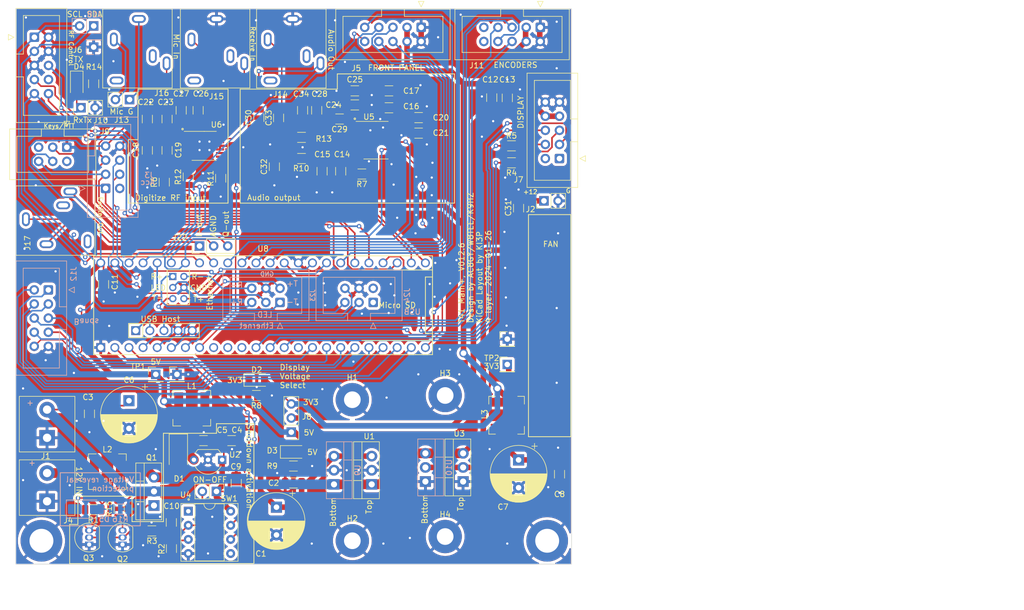
<source format=kicad_pcb>
(kicad_pcb (version 20221018) (generator pcbnew)
  (layers (0 "F.Cu" signal) (1 "In1.Cu" signal) (2 "In2.Cu" signal) (31 "B.Cu" signal) (34 "B.Paste" user) (35 "F.Paste" user) (36 "B.SilkS" user "B.Silkscreen") (37 "F.SilkS" user "F.Silkscreen") (38 "B.Mask" user) (39 "F.Mask" user) (44 "Edge.Cuts" user))
  (net 0 "")
  (net 1 "Net-(U1-VO)")
  (net 2 "GND")
  (net 3 "+12V")
  (net 4 "Net-(U2-VO)")
  (net 5 "Net-(D1-K)")
  (net 6 "Net-(U4-XTAL1{slash}PB3)")
  (net 7 "+5V")
  (net 8 "Net-(J7-Pin_7)")
  (net 9 "+3V3")
  (net 10 "Net-(U5-LDOO)")
  (net 11 "Net-(U6-VREF)")
  (net 12 "Net-(U5-VNEG)")
  (net 13 "Net-(U5-CAPP)")
  (net 14 "Net-(U5-CAPM)")
  (net 15 "Net-(C30-Pad1)")
  (net 16 "Net-(C30-Pad2)")
  (net 17 "Net-(C33-Pad1)")
  (net 18 "Net-(C33-Pad2)")
  (net 19 "Net-(D1-A)")
  (net 20 "Net-(D2-K)")
  (net 21 "Net-(D3-K)")
  (net 22 "Net-(D4-K)")
  (net 23 "/RXTX")
  (net 24 "/SCL1")
  (net 25 "/INT1")
  (net 26 "/SDA1")
  (net 27 "/INT2")
  (net 28 "/Matrix")
  (net 29 "Net-(J5-Pin_10)")
  (net 30 "/Xmit Mode")
  (net 31 "/CW on{slash}off")
  (net 33 "/Cal")
  (net 36 "/SCLK")
  (net 37 "Net-(J7-Pin_4)")
  (net 38 "Net-(J7-Pin_5)")
  (net 39 "/C{slash}S")
  (net 41 "/PTT in")
  (net 42 "/Key2 in")
  (net 44 "/Key1 in")
  (net 45 "Net-(J11-Pin_5)")
  (net 46 "Net-(J11-Pin_6)")
  (net 47 "Net-(J11-Pin_7)")
  (net 48 "Net-(J11-Pin_8)")
  (net 51 "/BAND0 (80m)")
  (net 52 "/BAND1 (40m)")
  (net 53 "/BAND2 (20m)")
  (net 54 "/BAND3 (15m)")
  (net 55 "/SDA2")
  (net 56 "/FOR")
  (net 57 "/SCL2")
  (net 58 "/REF")
  (net 59 "+12P")
  (net 60 "/SCL")
  (net 61 "Net-(Q2-D)")
  (net 62 "Net-(Q3-G)")
  (net 63 "/MISO")
  (net 64 "/MOSI")
  (net 65 "/CLK")
  (net 66 "Net-(U6-SCKI)")
  (net 67 "Net-(U5-XSMT)")
  (net 68 "Net-(U5-OUTR)")
  (net 69 "/BCK")
  (net 70 "Net-(U6-BCK)")
  (net 71 "/LRCK")
  (net 72 "Net-(U6-LRCK)")
  (net 73 "Net-(U5-OUTL)")
  (net 76 "/BEGIN TEENSY SHUTDOWN")
  (net 77 "/TEENSY SHUTDOWN COMPLETE")
  (net 78 "/DAUDIO_OUT")
  (net 79 "/ADC_IN")
  (net 80 "Net-(U6-VIN_L)")
  (net 81 "Net-(U6-VIN_R)")
  (net 82 "/Tx")
  (net 83 "/Rx")
  (net 86 "/SDA")
  (net 87 "Net-(D5-A)")
  (net 88 "/A21")
  (net 89 "Net-(J13-Pin_1)")
  (net 90 "Net-(J13-Pin_2)")
  (net 91 "/A22")
  (net 93 "Net-(J22-Pin_3)")
  (net 94 "Net-(J22-Pin_2)")
  (net 95 "Net-(U10-VO)")
  (net 98 "Net-(J24-Pin_5)")
  (net 99 "/T-")
  (net 100 "/T+")
  (net 101 "/LED")
  (net 102 "/R+")
  (net 103 "/R-")
  (net 104 "/D-")
  (net 105 "/D+")
  (net 114 "Net-(J22-Pin_1)")
  (footprint "Connector_IDC:IDC-Header_2x05_P2.54mm_Vertical" (layer "F.Cu") (at 144.3736 53.34 -90)
    (fp_text reference "J11")
    (fp_text value "ENCODER")
  )
  (footprint "Capacitor_SMD:C_1206_3216Metric" (layer "F.Cu") (at 108.253 69.85 180)
    (fp_text reference "C29")
    (fp_text value "2.2uF 16V")
  )
  (footprint "Inductor_SMD:L_Bourns-SRN6028" (layer "F.Cu") (at 138.303 123.19 90)
    (fp_text reference "L3")
    (fp_text value "10uH 20%")
  )
  (footprint "MountingHole:MountingHole_3mm_Pad" (layer "F.Cu") (at 127.254 145.034)
    (fp_text reference "H4")
    (fp_text value "~")
  )
  (footprint "Resistor_SMD:R_1206_3216Metric" (layer "F.Cu") (at 139.192 74.676)
    (fp_text reference "R5")
    (fp_text value "220R")
  )
  (footprint "Resistor_SMD:R_1206_3216Metric" (layer "F.Cu") (at 78 147.2 -90)
    (fp_text reference "R2")
    (fp_text value "10K")
  )
  (footprint "Connector_IDC:IDC-Header_2x05_P2.54mm_Vertical" (layer "F.Cu") (at 53.34 55.118)
    (fp_text reference "J6")
    (fp_text value "RF CONTROL")
  )
  (footprint "Package_TO_SOT_THT:TO-92_Inline" (layer "F.Cu") (at 63.2 146.47 90)
    (fp_text reference "Q3")
    (fp_text value "2N7000")
  )
  (footprint "Connector_IDC:IDC-Header_2x05_P2.54mm_Vertical" (layer "F.Cu") (at 147.8185 76.962 180)
    (fp_text reference "J7")
    (fp_text value "Display")
  )
  (footprint "T41_Library:PinHeader_1x02_P5.08mm_Vertical" (layer "F.Cu") (at 55.626 127.254 180)
    (fp_text reference "J1")
    (fp_text value "+12V")
  )
  (footprint "MountingHole:MountingHole_4.3mm_M4_DIN965_Pad" (layer "F.Cu") (at 145.61 145.796)
    (fp_text reference "H6" hide)
    (fp_text value "~")
  )
  (footprint "MountingHole:MountingHole_4.3mm_M4_DIN965_Pad" (layer "F.Cu") (at 54.61 145.796)
    (fp_text reference "H5" hide)
    (fp_text value "~")
  )
  (footprint "Capacitor_SMD:C_1206_3216Metric" (layer "F.Cu") (at 88.822 127.762)
    (fp_text reference "C4")
    (fp_text value "10uF 16V")
  )
  (footprint "Capacitor_SMD:C_1206_3216Metric" (layer "F.Cu") (at 63.246 122.936 -90)
    (fp_text reference "C3")
    (fp_text value "0.1uF 50V")
  )
  (footprint "Package_SO:TSSOP-14_4.4x5mm_P0.65mm" (layer "F.Cu") (at 83.8885 74.676)
    (fp_text reference "U6")
    (fp_text value "PCM1808PW")
  )
  (footprint "Capacitor_SMD:C_1206_3216Metric" (layer "F.Cu") (at 117.143 64.77 180)
    (fp_text reference "C17")
    (fp_text value "10uF 16V")
  )
  (footprint "Capacitor_SMD:C_1206_3216Metric" (layer "F.Cu") (at 83.771 127.762)
    (fp_text reference "C5")
    (fp_text value "1uF 50V")
  )
  (footprint "Capacitor_SMD:C_1206_3216Metric" (layer "F.Cu") (at 104.14 68.277 90)
    (fp_text reference "C28")
    (fp_text value "2.2uF 16V")
  )
  (footprint "T41_Library:Jack_3.5mm_STX-3081_Horizontal" (layer "F.Cu") (at 51.816 87.884 -90)
    (fp_text reference "J17")
    (fp_text value "Ex_Out")
  )
  (footprint "Connector_PinHeader_2.54mm:PinHeader_1x01_P2.54mm_Vertical" (layer "F.Cu") (at 138.43 109.474)
    (fp_text reference "J20" hide)
    (fp_text value "Conn_01x01")
  )
  (footprint "Connector_IDC:IDC-Header_2x05_P2.54mm_Vertical" (layer "F.Cu") (at 122.936 53.34 -90)
    (fp_text reference "J5")
    (fp_text value "Front Panel")
  )
  (footprint "T41_Library:PinHeader_1x02_P5.08mm_Vertical" (layer "F.Cu") (at 55.626 138.684 180)
    (fp_text reference "J4")
    (fp_text value "12-13.8V")
  )
  (footprint "T41_Library:Jack_3.5mm_STX-3081_Horizontal" (layer "F.Cu") (at 99.822 51.816 180)
    (fp_text reference "J14")
    (fp_text value "Rec_Out")
  )
  (footprint "Inductor_SMD:L_Bourns-SRN6028" (layer "F.Cu") (at 66.474 133.35 180)
    (fp_text reference "L2")
    (fp_text value "10uH 20%")
  )
  (footprint "MountingHole:MountingHole_3mm_Pad" (layer "F.Cu") (at 110.552 120.396)
    (fp_text reference "H1")
    (fp_text value "~")
  )
  (footprint "Capacitor_SMD:C_1206_3216Metric" (layer "F.Cu") (at 77.978 142.494 90)
    (fp_text reference "C10")
    (fp_text value "0.1uF 50V")
  )
  (footprint "Resistor_SMD:R_1206_3216Metric" (layer "F.Cu") (at 101.4075 73.152)
    (fp_text reference "R13")
    (fp_text value "470R")
  )
  (footprint "Connector_PinHeader_2.54mm:PinHeader_1x01_P2.54mm_Vertical" (layer "F.Cu") (at 78.994 115.824)
    (fp_text reference "J21" hide)
    (fp_text value "Conn_01x01")
  )
  (footprint "T41_Library:Teensy41" (layer "F.Cu") (at 94.488 103.378)
    (fp_text reference "U8")
    (fp_text value "Teensy4.1")
  )
  (footprint "Resistor_SMD:R_1206_3216Metric" (layer "F.Cu") (at 81.026 80.264 90)
    (fp_text reference "R12")
    (fp_text value "100R")
  )
  (footprint "Capacitor_SMD:C_1206_3216Metric" (layer "F.Cu") (at 93.726 69.596 90)
    (fp_text reference "C30")
    (fp_text value "10uF 16V")
  )
  (footprint "Capacitor_SMD:C_1206_3216Metric" (layer "F.Cu") (at 110.998 64.77 180)
    (fp_text reference "C25")
    (fp_text value "10uF 16V")
  )
  (footprint "Capacitor_SMD:C_1206_3216Metric" (layer "F.Cu") (at 73.66 75.487 -90)
    (fp_text reference "C18")
    (fp_text value "10uF 16V")
  )
  (footprint "Capacitor_SMD:C_1206_3216Metric" (layer "F.Cu") (at 82.804 68.277 90)
    (fp_text reference "C26")
    (fp_text value "0.1uF 50V")
  )
  (footprint "MountingHole:MountingHole_3mm_Pad" (layer "F.Cu") (at 127.254 119.634)
    (fp_text reference "H3")
    (fp_text value "~")
  )
  (footprint "Package_SO:TSSOP-20_4.4x6.5mm_P0.65mm" (layer "F.Cu") (at 114.808 73.66)
    (fp_text reference "U5")
    (fp_text value "PCM5102")
  )
  (footprint "Connector_IDC:IDC-Header_2x03_P2.54mm_Vertical" (layer "F.Cu") (at 59.182 74.93 -90)
    (fp_text reference "J9")
    (fp_text value "Keys/PTT")
  )
  (footprint "Connector_PinHeader_2.54mm:PinHeader_1x02_P2.54mm_Vertical" (layer "F.Cu") (at 61.722 67.818 90)
    (fp_text reference "J10")
    (fp_text value "Conn_01x02")
  )
  (footprint "Capacitor_SMD:C_1206_3216Metric" (layer "F.Cu") (at 89.662 135.431 90)
    (fp_text reference "C9")
    (fp_text value "0.1uF 50V")
  )
  (footprint "Resistor_SMD:R_1206_3216Metric" (layer "F.Cu") (at 64.008 63.5 90)
    (fp_text reference "R14")
    (fp_text value "1K")
  )
  (footprint "Resistor_SMD:R_1206_3216Metric" (layer "F.Cu") (at 112.268 79.756 180)
    (fp_text reference "R7")
    (fp_text value "2K2")
  )
  (footprint "Capacitor_SMD:C_1206_3216Metric" (layer "F.Cu") (at 101.6 68.277 90)
    (fp_text reference "C34")
    (fp_text value "2.2nF")
  )
  (footprint "Package_TO_SOT_THT:TO-220-3_Vertical" (layer "F.Cu") (at 114.037 135.636 90)
    (fp_text reference "U1")
    (fp_text value "LM7805CT")
  )
  (footprint "Resistor_SMD:R_1206_3216Metric" (layer "F.Cu") (at 76.708 81.2185 90)
    (fp_text reference "R6")
    (fp_text value "100R")
  )
  (footprint "Resistor_SMD:R_1206_3216Metric" (layer "F.Cu") (at 101.4075 76.962)
    (fp_text reference "R10")
    (fp_text value "470R")
  )
  (footprint "Resistor_SMD:R_1206_3216Metric" (layer "F.Cu") (at 68.6 140.0375 90)
    (fp_text reference "R15")
    (fp_text value "150R")
  )
  (footprint "Capacitor_SMD:C_1206_3216Metric" (layer "F.Cu") (at 105.108 79.248 -90)
    (fp_text reference "C15")
    (fp_text value "10uF 16V")
  )
  (footprint "Capacitor_SMD:C_1206_3216Metric" (layer "F.Cu") (at 65.786 99.617 -90)
    (fp_text reference "C11")
    (fp_text value "0.1uF 50V")
  )
  (footprint "Diode_SMD:D_SMA" (layer "F.Cu") (at 79.248 130.08 -90)
    (fp_text reference "D1")
    (fp_text value "1N4007")
  )
  (footprint "Package_TO_SOT_THT:TO-92_Inline" (layer "F.Cu") (at 69.2 146.47 90)
    (fp_text reference "Q2")
    (fp_text value "2N7000")
  )
  (footprint "Capacitor_SMD:C_1206_3216Metric" (layer "F.Cu") (at 147.828 133.809 -90)
    (fp_text reference "C8")
    (fp_text value "0.1uF 50V")
  )
  (footprint "Capacitor_SMD:C_1206_3216Metric" (layer "F.Cu") (at 140.462 85.901 90)
    (fp_text reference "C31")
    (fp_text value "0.1uF 50V")
  )
  (footprint "Inductor_SMD:L_Bourns-SRN6028" (layer "F.Cu") (at 81.664 121.92 180)
    (fp_text reference "L1")
    (fp_text value "10uH 20%")
  )
  (footprint "Package_TO_SOT_THT:TO-220-3_Vertical" (layer "F.Cu") (at 74.859 139.446 90)
    (fp_text reference "Q1")
    (fp_text value "IRF4905")
  )
  (footprint "Capacitor_SMD:C_1206_3216Metric" (layer "F.Cu") (at 97.282 69.645 90)
    (fp_text reference "C33")
    (fp_text value "10uF 16V")
  )
  (footprint "Capacitor_SMD:C_1206_3216Metric" (layer "F.Cu") (at 122.477 72.39)
    (fp_text reference "C21")
    (fp_text value "10uF 16V")
  )
  (footprint "Connector_PinHeader_2.54mm:PinHeader_1x03_P2.54mm_Vertical" (layer "F.Cu") (at 83.058 92.71 90)
    (fp_text reference "J22")
    (fp_text value "Header")
  )
  (footprint "Connector_PinHeader_2.54mm:PinHeader_1x01_P2.54mm_Vertical" (layer "F.Cu") (at 75.184 115.824)
    (fp_text reference "TP1")
    (fp_text value "TestPoint")
  )
  (footprint "Connector_PinHeader_2.54mm:PinHeader_1x02_P2.54mm_Vertical" (layer "F.Cu") (at 86.106 136.906 -90)
    (fp_text reference "SW1")
    (fp_text value "ON-OFF BUTTON")
  )
  (footprint "Diode_SMD:D_1206_3216Metric" (layer "F.Cu") (at 93.345 116.84)
    (fp_text reference "D2")
    (fp_text value "LED")
  )
  (footprint "T41_Library:Jack_3.5mm_STX-3081_Horizontal" (layer "F.Cu") (at 86.106 51.816 180)
    (fp_text reference "J15")
    (fp_text value "Rec_In")
  )
  (footprint "Connector_PinHeader_2.54mm:PinHeader_1x01_P2.54mm_Vertical" (layer "F.Cu") (at 138.43 114.046)
    (fp_text reference "TP2")
    (fp_text value "TestPoint")
  )
  (footprint "MountingHole:MountingHole_3mm_Pad" (layer "F.Cu") (at 110.552 145.796)
    (fp_text reference "H2")
    (fp_text value "~")
  )
  (footprint "T41_Library:Jack_3.5mm_STX-3081_Horizontal" (layer "F.Cu") (at 72.136 51.816 180)
    (fp_text reference "J16")
    (fp_text value "Mic_In")
  )
  (footprint "Diode_SMD:D_1206_3216Metric" (layer "F.Cu") (at 99.884 129.794)
    (fp_text reference "D3")
    (fp_text value "LED")
  )
  (footprint "Capacitor_SMD:C_1206_3216Metric" (layer "F.Cu") (at 108.458 79.248 -90)
    (fp_text reference "C14")
    (fp_text value "0.1uF 50V")
  )
  (footprint "Diode_SMD:D_1206_3216Metric" (layer "F.Cu") (at 60.96 63.5 -90)
    (fp_text reference "D4")
    (fp_text value "LED")
  )
  (footprint "Capacitor_SMD:C_1206_3216Metric" (layer "F.Cu") (at 79.756 68.277 90)
    (fp_text reference "C27")
    (fp_text value "10uF 16V")
  )
  (footprint "Capacitor_SMD:C_1206_3216Metric" (layer "F.Cu") (at 110.998 67.31 180)
    (fp_text reference "C24")
    (fp_text value "0.1uF 50V")
  )
  (footprint "Capacitor_THT:CP_Radial_D10.0mm_P5.00mm" (layer "F.Cu") (at 140.462 131.236323 -90)
    (fp_text reference "C7")
    (fp_text value "470uF 25V")
  )
  (footprint "Resistor_SMD:R_1206_3216Metric" (layer "F.Cu") (at 86.868 80.518 90)
    (fp_text reference "R11")
    (fp_text value "100R")
  )
  (footprint "Connector_PinHeader_2.54mm:PinHeader_1x03_P2.54mm_Vertical" (layer "F.Cu") (at 99.568 126.238 180)
    (fp_text reference "J8")
    (fp_text value "Display Voltage")
  )
  (footprint "Resistor_SMD:R_1206_3216Metric" (layer "F.Cu") (at 74.4835 144.018 180)
    (fp_text reference "R3")
    (fp_text value "1K")
  )
  (footprint "Package_TO_SOT_THT:TO-92_Inline_Wide" (layer "F.Cu") (at 87.122 131.212 180)
    (fp_text reference "U2")
    (fp_text value "AP7384-50V")
  )
  (footprint "Capacitor_SMD:C_1206_3216Metric" (layer "F.Cu") (at 96.52 78.437 90)
    (fp_text reference "C32")
    (fp_text value "2.2nF")
  )
  (footprint "Package_DIP:DIP-8_W7.62mm_Socket" (layer "F.Cu") (at 81.036 140.472)
    (fp_text reference "U4")
    (fp_text value "ATtiny85-20S")
  )
  (footprint "Capacitor_SMD:C_1206_3216Metric" (layer "F.Cu") (at 122.477 69.596)
    (fp_text reference "C20")
    (fp_text value "0.1uF 50V")
  )
  (footprint "Capacitor_THT:CP_Radial_D10.0mm_P5.00mm" (layer "F.Cu") (at 70.358 120.568323 -90)
    (fp_text reference "C6")
    (fp_text value "470uF 25V")
  )
  (footprint "Resistor_SMD:R_1206_3216Metric" (layer "F.Cu") (at 99.9525 132.334 180)
    (fp_text reference "R9")
    (fp_text value "1K")
  )
  (footprint "Resistor_SMD:R_1206_3216Metric" (layer "F.Cu") (at 93.2835 119.634 180)
    (fp_text reference "R8")
    (fp_text value "1K")
  )
  (footprint "Capacitor_SMD:C_1206_3216Metric" (layer "F.Cu") (at 73.66 69.85 90)
    (fp_text reference "C22")
    (fp_text value "10uF 16V")
  )
  (footprint "Capacitor_SMD:C_1206_3216Metric" (layer "F.Cu") (at 138.43 66.04 90)
    (fp_text reference "C13")
    (fp_text value "0.1uF 50V")
  )
  (footprint "Resistor_SMD:R_1206_3216Metric" (layer "F.Cu") (at 139.192 77.724 180)
    (fp_text reference "R4")
    (fp_text value "220R")
  )
  (footprint "Package_TO_SOT_THT:TO-220-3_Vertical" (layer "F.Cu") (at 130.485 135.128 90)
    (fp_text reference "U3")
    (fp_text value "LM1117T-3.3")
  )
  (footprint "Resistor_SMD:R_1206_3216Metric" (layer "F.Cu") (at 63.9375 140.2 180)
    (fp_text reference "R1")
    (fp_text value "10K")
  )
  (footprint "Capacitor_SMD:C_1206_3216Metric" (layer "F.Cu") (at 77.216 75.487 -90)
    (fp_text reference "C19")
    (fp_text value "0.1uF 50V")
  )
  (footprint "Capacitor_SMD:C_1206_3216Metric" (layer "F.Cu") (at 77.216 69.85 90)
    (fp_text reference "C23")
    (fp_text value "0.1uF 50V")
  )
  (footprint "Connector_PinHeader_2.54mm:PinHeader_1x02_P2.54mm_Vertical" (layer "F.Cu") (at 70.4646 66.3448 -90)
    (fp_text reference "J13")
    (fp_text value "Header")
  )
  (footprint "Capacitor_SMD:C_1206_3216Metric" (layer "F.Cu") (at 135.636 65.991 90)
    (fp_text reference "C12")
    (fp_text value "10uF 16V")
  )
  (footprint "Capacitor_SMD:C_1206_3216Metric" (layer "F.Cu") (at 99.949 135.382 180)
    (fp_text reference "C2")
    (fp_text value "0.1uF 50V")
  )
  (footprint "Capacitor_THT:CP_Radial_D10.0mm_P5.00mm" (layer "F.Cu") (at 96.901 139.745323 -90)
    (fp_text reference "C1")
    (fp_text value "470uF 25V")
  )
  (footprint "Capacitor_SMD:C_1206_3216Metric" (layer "F.Cu") (at 117.143 67.818 180)
    (fp_text reference "C16")
    (fp_text value "0.1uF 50V")
  )
  (footprint "Connector_PinHeader_2.54mm:PinHeader_1x02_P2.54mm_Vertical" (layer "F.Cu") (at 145.029 84.582 90)
    (fp_text reference "J2")
    (fp_text value "Fan1")
  )
  (footprint "Connector_IDC:IDC-Header_2x03_P2.54mm_Vertical" (layer "B.Cu") (at 114.3 102.87 90)
    (fp_text reference "J24")
    (fp_text value "USBHost")
  )
  (footprint "Connector_PinHeader_2.54mm:PinHeader_1x01_P2.54mm_Vertical" (layer "B.Cu") (at 64.008 56.896)
    (fp_text reference "J19" hide)
    (fp_text value "Conn_01x01")
  )
  (footprint "Diode_SMD:D_SMA" (layer "B.Cu") (at 62.6 140.1)
    (fp_text reference "D5")
    (fp_text value "10V")
  )
  (footprint "Package_TO_SOT_THT:TO-220-3_Vertical" (layer "B.Cu") (at 123.698 135.128 90)
    (fp_text reference "U10")
    (fp_text value "LM1117T-3.3")
  )
  (footprint "Connector_IDC:IDC-Header_2x03_P2.54mm_Vertical" (layer "B.Cu") (at 97.536 102.87 90)
    (fp_text reference "J23")
    (fp_text value "Ethernet")
  )
  (footprint "Connector_PinHeader_2.54mm:PinHeader_1x02_P2.54mm_Vertical" (layer "B.Cu") (at 64.013 53.086 90)
    (fp_text reference "J18")
    (fp_text value "Conn_01x02")
  )
  (footprint "Connector_IDC:IDC-Header_2x05_P2.54mm_Vertical" (layer "B.Cu") (at 55.8525 100.62 180)
    (fp_text reference "J12")
    (fp_text value "BANDS")
  )
  (footprint "Resistor_SMD:R_1206_3216Metric" (layer "B.Cu") (at 68.8 140.1)
    (fp_text reference "R16")
    (fp_text value "100k")
  )
  (footprint "Connector_IDC:IDC-Header_2x04_P2.54mm_Vertical" (layer "B.Cu") (at 66.16 82.34)
    (fp_text reference "J3")
    (fp_text value "Acc")
  )
  (footprint "Package_TO_SOT_THT:TO-220-3_Vertical" (layer "B.Cu") (at 107.25 135.636 90)
    (fp_text reference "U9")
    (fp_text value "LM7805CT")
  )
  (gr_rect (start 58 133.5472) (end 72.4 143.1) (stroke (width 0.15)) (fill none) (layer "B.SilkS"))
  (gr_line (start 128.9304 61.722) (end 128.9304 84.9884) (stroke (width 0.15)) (layer "F.SilkS"))
  (gr_rect (start 142.24 87.061) (end 149.86 127.061) (stroke (width 0.15)) (fill none) (layer "F.SilkS"))
  (gr_line (start 88.1888 64.4652) (end 71.9836 64.4652) (stroke (width 0.15)) (layer "F.SilkS"))
  (gr_line (start 92.837 124.714) (end 86.106 124.714) (stroke (width 0.15)) (layer "F.SilkS"))
  (gr_line (start 70.9168 142.3416) (end 70.9168 137.7696) (stroke (width 0.15)) (layer "F.SilkS"))
  (gr_line (start 76.5556 142.3416) (end 70.9168 142.3416) (stroke (width 0.15)) (layer "F.SilkS"))
  (gr_circle (center 81.1 138.358579) (end 81.2 138.458579) (stroke (width 0.15)) (fill none) (layer "F.SilkS"))
  (gr_line (start 107.8484 61.722) (end 128.9304 61.722) (stroke (width 0.15)) (layer "F.SilkS"))
  (gr_line (start 88.1888 84.9884) (end 88.1888 64.4652) (stroke (width 0.15)) (layer "F.SilkS"))
  (gr_line (start 76.5556 126.4412) (end 76.5556 142.3416) (stroke (width 0.15)) (layer "F.SilkS"))
  (gr_line (start 128.9304 84.9884) (end 90.3732 84.9884) (stroke (width 0.15)) (layer "F.SilkS"))
  (gr_line (start 59.69 142.8496) (end 59.69 149.9108) (stroke (width 0.15)) (layer "F.SilkS"))
  (gr_line (start 92.837 138.938) (end 92.837 124.714) (stroke (width 0.15)) (layer "F.SilkS"))
  (gr_line (start 86.106 126.4412) (end 76.5556 126.4412) (stroke (width 0.15)) (layer "F.SilkS"))
  (gr_arc (start 92.893755 145.621188) (mid 91.661487 142.289818) (end 92.837 138.938) (stroke (width 0.15)) (layer "F.SilkS"))
  (gr_circle (center 111 69.8) (end 111.1 69.9) (stroke (width 0.15)) (fill none) (layer "F.SilkS"))
  (gr_circle (center 80 71.658579) (end 80.1 71.758579) (stroke (width 0.15)) (fill none) (layer "F.SilkS"))
  (gr_line (start 86.106 124.714) (end 86.106 126.4412) (stroke (width 0.15)) (layer "F.SilkS"))
  (gr_line (start 70.9168 137.7696) (end 61.1632 137.7696) (stroke (width 0.15)) (layer "F.SilkS"))
  (gr_line (start 61.1632 137.7696) (end 61.1632 142.8496) (stroke (width 0.15)) (layer "F.SilkS"))
  (gr_line (start 70.2564 73.5584) (end 70.2564 84.9884) (stroke (width 0.15)) (layer "F.SilkS"))
  (gr_line (start 92.837 149.86) (end 92.837 145.669) (stroke (width 0.15)) (layer "F.SilkS"))
  (gr_line (start 90.3732 64.4652) (end 107.8484 64.4652) (stroke (width 0.15)) (layer "F.SilkS"))
  (gr_line (start 71.9836 64.4652) (end 71.9836 73.5584) (stroke (width 0.15)) (layer "F.SilkS"))
  (gr_line (start 61.1632 142.8496) (end 59.69 142.8496) (stroke (width 0.15)) (layer "F.SilkS"))
  (gr_line (start 59.69 149.9108) (end 92.71 149.9108) (stroke (width 0.15)) (layer "F.SilkS"))
  (gr_line (start 107.8484 64.4652) (end 107.8484 61.722) (stroke (width 0.15)) (layer "F.SilkS"))
  (gr_line (start 71.9836 73.5584) (end 70.2564 73.5584) (stroke (width 0.15)) (layer "F.SilkS"))
  (gr_line (start 90.3732 84.9884) (end 90.3732 64.4652) (stroke (width 0.15)) (layer "F.SilkS"))
  (gr_line (start 70.2564 84.9884) (end 88.1888 84.9884) (stroke (width 0.15)) (layer "F.SilkS"))
  (gr_rect (start 50 50) (end 150 150) (stroke (width 0.1)) (fill none) (layer "Edge.Cuts"))
  (gr_text "T-" (at 100.838 103.378) (layer "B.SilkS") (effects (font (size 1 1)) (justify left bottom mirror)))
  (gr_text "R-" (at 90.932 100.33) (layer "B.SilkS") (effects (font (size 1 1)) (justify left bottom mirror)))
  (gr_text "GND" (at 96.52 98.2472) (layer "B.SilkS") (effects (font (size 0.8 0.8)) (justify left bottom mirror)))
  (gr_text "+" (at 53.6448 132.334) (layer "B.SilkS") (effects (font (size 1 1)) (justify left bottom mirror)))
  (gr_text "Ethernet" (at 96.52 107.6452) (layer "B.SilkS") (effects (font (size 1 1)) (justify left bottom mirror)))
  (gr_text "LED" (at 96.266 105.664) (layer "B.SilkS") (effects (font (size 1 1)) (justify left bottom mirror)))
  (gr_text "Acc" (at 75.0824 81.788) (layer "B.SilkS") (effects (font (size 1 1)) (justify left bottom mirror)))
  (gr_text "Bands" (at 60.3504 105.7148 180) (layer "B.SilkS") (effects (font (size 1 1)) (justify left bottom mirror)))
  (gr_text "T+" (at 100.838 100.076) (layer "B.SilkS") (effects (font (size 1 1)) (justify left bottom mirror)))
  (gr_text "+" (at 53.2892 121.5136) (layer "B.SilkS") (effects (font (size 1 1)) (justify left bottom mirror)))
  (gr_text "USB" (at 122.936 105.156) (layer "B.SilkS") (effects (font (size 1 1)) (justify left bottom mirror)))
  (gr_text "R+" (at 90.932 103.378) (layer "B.SilkS") (effects (font (size 1 1)) (justify left bottom mirror)))
  (gr_text "Voltage reversal\nprotection" (at 71.374 136.9568) (layer "B.SilkS") (effects (font (size 1 1)) (justify left bottom mirror)))
  (gr_text "DISPLAY" (at 141.4272 71.6788 90) (layer "F.SilkS") (effects (font (size 1 1)) (justify left bottom)))
  (gr_text "RxTx" (at 60.198 70.612) (layer "F.SilkS") (effects (font (size 1 1)) (justify left bottom)))
  (gr_text "FAN" (at 144.78 92.964) (layer "F.SilkS") (effects (font (size 1 1)) (justify left bottom)))
  (gr_text "5V" (at 101.727 126.903) (layer "F.SilkS") (effects (font (size 1 1)) (justify left bottom)))
  (gr_text "Q-out" (at 88.392 91.186 90) (layer "F.SilkS") (effects (font (size 1 1)) (justify left bottom)))
  (gr_text "12V IN" (at 60.8076 132.334 -90) (layer "F.SilkS") (effects (font (size 1 1)) (justify left bottom)))
  (gr_text "R-" (at 81.534 98.806) (layer "F.SilkS") (effects (font (size 1 1)) (justify left bottom)))
  (gr_text "I-out" (at 83.566 91.186 90) (layer "F.SilkS") (effects (font (size 1 1)) (justify left bottom)))
  (gr_text "Shutdown activation" (at 91.44 124.714 270) (layer "F.SilkS") (effects (font (size 1 1)) (justify left bottom)))
  (gr_text "Display\nVoltage\nSelect" (at 97.409 118.379) (layer "F.SilkS") (effects (font (size 1 1)) (justify left bottom)))
  (gr_text "T41 Main+, V012.6\nDesign by AC8GY/W8TEE/K9HZ\nKiCad Layout by KI3P\n4 layer, 2024-01-26\n" (at 135.636 106.68 90) (layer "F.SilkS") (effects (font (size 1 1)) (justify left bottom)))
  (gr_text "RF Control" (at 59.4868 53.7464 -90) (layer "F.SilkS") (effects (font (size 0.8 0.8)) (justify left bottom)))
  (gr_text "Audio Out" (at 106.172 53.594 -90) (layer "F.SilkS") (effects (font (size 1 1)) (justify left bottom)))
  (gr_text "3V3" (at 101.6 121.427) (layer "F.SilkS") (effects (font (size 1 1)) (justify left bottom)))
  (gr_text "Audio output" (at 91.5416 84.582) (layer "F.SilkS") (effects (font (size 1 1)) (justify left bottom)))
  (gr_text "Receive In" (at 92.202 53.086 270) (layer "F.SilkS") (effects (font (size 0.8 0.8)) (justify left bottom)))
  (gr_text "AGND" (at 86.106 91.186 90) (layer "F.SilkS") (effects (font (size 1 1)) (justify left bottom)))
  (gr_text "T-" (at 74.422 102.616) (layer "F.SilkS") (effects (font (size 1 1)) (justify left bottom)))
  (gr_text "G" (at 148.899 83.252) (layer "F.SilkS") (effects (font (size 0.8 0.8)) (justify left bottom)))
  (gr_text "R+" (at 74.168 98.806) (layer "F.SilkS") (effects (font (size 1 1)) (justify left bottom)))
  (gr_text "GND" (at 81.28 100.838) (layer "F.SilkS") (effects (font (size 1 1)) (justify left bottom)))
  (gr_text "+12" (at 141.224 83.439) (layer "F.SilkS") (effects (font (size 0.8 0.8)) (justify left bottom)))
  (gr_text "Digitize RF input" (at 71.374 84.6328) (layer "F.SilkS") (effects (font (size 1 1)) (justify left bottom)))
  (gr_text "3V3" (at 134.112 114.935) (layer "F.SilkS") (effects (font (size 1 1)) (justify left bottom)))
  (gr_text "Keys/PTT" (at 54.9148 71.5772) (layer "F.SilkS") (effects (font (size 0.8 0.8)) (justify left bottom)))
  (gr_text "Exciter Out" (at 64.77 83.7184 270) (layer "F.SilkS") (effects (font (size 0.8 0.8)) (justify left bottom)))
  (gr_text "T+" (at 81.788 102.87) (layer "F.SilkS") (effects (font (size 1 1)) (justify left bottom)))
  (gr_text "5V" (at 102.362 130.429) (layer "F.SilkS") (effects (font (size 1 1)) (justify left bottom)))
  (gr_text "5V" (at 74.168 114.173) (layer "F.SilkS") (effects (font (size 1 1)) (justify left bottom)))
  (gr_text "3V3" (at 87.946 117.475) (layer "F.SilkS") (effects (font (size 1 1)) (justify left bottom)))
  (gr_text "Bottom\n\n\n\n   Top" (at 130.6068 142.8496 90) (layer "F.SilkS") (effects (font (size 1 1)) (justify left bottom)))
  (gr_text "LED" (at 74.168 100.838) (layer "F.SilkS") (effects (font (size 1 1)) (justify left bottom)))
  (gr_text "TX" (at 60.325 59.69) (layer "F.SilkS") (effects (font (size 1 1)) (justify left bottom)))
  (gr_text "ON-OFF" (at 81.788 135.382) (layer "F.SilkS") (effects (font (size 1 1)) (justify left bottom)))
  (gr_text "FRONT PANEL" (at 113.284 61.214) (layer "F.SilkS") (effects (font (size 1 1)) (justify left bottom)))
  (gr_text "Bottom\n\n\n\n   Top" (at 114.108 143.3576 90) (layer "F.SilkS") (effects (font (size 1 1)) (justify left bottom)))
  (gr_text "Mic G" (at 66.802 69.088) (layer "F.SilkS") (effects (font (size 1 1)) (justify left bottom)))
  (gr_text "SCL SDA" (at 59.1312 51.562) (layer "F.SilkS") (effects (font (size 1 1)) (justify left bottom)))
  (gr_text "ENCODERS" (at 135.89 60.706) (layer "F.SilkS") (effects (font (size 1 1)) (justify left bottom)))
  (gr_text "Mic In" (at 78.2828 54.4068 -90) (layer "F.SilkS") (effects (font (size 1 1)) (justify left bottom)))
  (segment (start 84.024 123.14) (end 86.36 125.476) (width 1) (layer "F.Cu") (net 1))
  (segment (start 101.424 137.59) (end 101.424 135.382) (width 1) (layer "F.Cu") (net 1))
  (segment (start 93.218 125.476) (end 94.047503 126.305503) (width 1) (layer "F.Cu") (net 1))
  (segment (start 86.36 125.476) (end 93.218 125.476) (width 1) (layer "F.Cu") (net 1))
  (segment (start 94.047503 136.891826) (end 96.901 139.745323) (width 1) (layer "F.Cu") (net 1))
  (segment (start 94.047503 126.305503) (end 94.047503 136.891826) (width 1) (layer "F.Cu") (net 1))
  (segment (start 96.901 139.745323) (end 99.268677 139.745323) (width 1) (layer "F.Cu") (net 1))
  (segment (start 99.268677 139.745323) (end 101.424 137.59) (width 1) (layer "F.Cu") (net 1))
  (segment (start 102.424 135.382) (end 101.424 135.382) (width 1) (layer "F.Cu") (net 1))
  (segment (start 107.25 130.556) (end 114.037 130.556) (width 1) (layer "F.Cu") (net 1))
  (segment (start 107.25 130.556) (end 102.424 135.382) (width 1) (layer "F.Cu") (net 1))
  (segment (start 84.024 121.92) (end 84.024 123.14) (width 1) (layer "F.Cu") (net 1))
  (segment (start 113.792 71.882) (end 113.792 72.035) (width 0.293) (layer "F.Cu") (net 2))
  (segment (start 114.147 72.035) (end 113.792 72.035) (width 0.293) (layer "F.Cu") (net 2))
  (segment (start 114.797 71.385) (end 114.147 72.035) (width 0.293) (layer "F.Cu") (net 2))
  (segment (start 81.026 73.376) (end 82.52 73.376) (width 0.293) (layer "F.Cu") (net 2))
  (segment (start 117.6705 73.335) (end 118.8045 73.335) (width 0.293) (layer "F.Cu") (net 2))
  (segment (start 122.936 55.88) (end 122.936 53.34) (width 1) (layer "F.Cu") (net 2))
  (segment (start 82.52 73.376) (end 83.058 73.914) (width 0.293) (layer "F.Cu") (net 2))
  (segment (start 117.6705 75.935) (end 118.48 75.935) (width 0.293) (layer "F.Cu") (net 2))
  (segment (start 119.126 76.581) (end 119.126 77.343) (width 0.293) (layer "F.Cu") (net 2))
  (segment (start 116.078 71.374) (end 116.067 71.385) (width 0.293) (layer "F.Cu") (net 2))
  (segment (start 112.682999 75.935) (end 113.792 74.825999) (width 0.293) (layer "F.Cu") (net 2))
  (segment (start 117.6705 71.385) (end 116.089 71.385) (width 0.293) (layer "F.Cu") (net 2))
  (segment (start 86.751 74.026) (end 84.948 74.026) (width 0.293) (layer "F.Cu") (net 2))
  (segment (start 111.9455 75.935) (end 112.682999 75.935) (width 0.293) (layer "F.Cu") (net 2))
  (segment (start 116.067 71.385) (end 114.797 71.385) (width 0.293) (layer "F.Cu") (net 2))
  (segment (start 144.272 53.34) (end 144.272 55.88) (width 1) (layer "F.Cu") (net 2))
  (segment (start 81.026 75.326) (end 82.946 75.326) (width 0.293) (layer "F.Cu") (net 2))
  (segment (start 119.126 77.343) (end 118.491 77.978) (width 0.293) (layer "F.Cu") (net 2))
  (segment (start 84.948 74.026) (end 84.836 73.914) (width 0.293) (layer "F.Cu") (net 2))
  (segment (start 118.48 75.935) (end 119.126 76.581) (width 0.293) (layer "F.Cu") (net 2))
  (segment (start 118.8045 73.335) (end 119.38 72.7595) (width 0.293) (layer "F.Cu") (net 2))
  (segment (start 116.089 71.385) (end 116.078 71.374) (width 0.293) (layer "F.Cu") (net 2))
  (segment (start 113.792 74.825999) (end 113.792 71.882) (width 0.293) (layer "F.Cu") (net 2))
  (segment (start 84.948 75.326) (end 84.836 75.438) (width 0.293) (layer "F.Cu") (net 2))
  (segment (start 86.751 75.326) (end 84.948 75.326) (width 0.293) (layer "F.Cu") (net 2))
  (segment (start 118.491 77.978) (end 117.602 77.978) (width 0.293) (layer "F.Cu") (net 2))
  (segment (start 82.946 75.326) (end 83.058 75.438) (width 0.293) (layer "F.Cu") (net 2))
  (segment (start 113.792 72.035) (end 111.9455 72.035) (width 0.293) (layer "F.Cu") (net 2))
  (via (at 116.078 71.374) (size 0.8) (drill 0.4) (layers "F.Cu" "B.Cu") (net 2))
  (via (at 138.049 80.391) (size 0.8) (drill 0.4) (layers "F.Cu" "B.Cu") (net 2))
  (via (at 137.922 90.17) (size 0.8) (drill 0.4) (layers "F.Cu" "B.Cu") (net 2))
  (via (at 60.452 115.57) (size 0.8) (drill 0.4) (layers "F.Cu" "B.Cu") (net 2))
  (via (at 59.69 135.8) (size 0.8) (drill 0.4) (layers "F.Cu" "B.Cu") (net 2))
  (via (at 122.047 83.566) (size 0.8) (drill 0.4) (layers "F.Cu" "B.Cu") (net 2))
  (via (at 65.8 102.7) (size 0.8) (drill 0.4) (layers "F.Cu" "B.Cu") (net 2))
  (via (at 147.32 60.706) (size 0.8) (drill 0.4) (layers "F.Cu" "B.Cu") (net 2))
  (via (at 96.52 81.788) (size 0.8) (drill 0.4) (layers "F.Cu" "B.Cu") (net 2))
  (via (at 71.882 101.854) (size 0.8) (drill 0.4) (layers "F.Cu" "B.Cu") (net 2))
  (via (at 88.9 129.286) (size 0.8) (drill 0.4) (layers "F.Cu" "B.Cu") (net 2))
  (via (at 128.143 99.441) (size 0.8) (drill 0.4) (layers "F.Cu" "B.Cu") (net 2))
  (via (at 138.303 107.061) (size 0.8) (drill 0.4) (layers "F.Cu" "B.Cu") (net 2))
  (via (at 117.094 104.775) (size 0.8) (drill 0.4) (layers "F.Cu" "B.Cu") (net 2))
  (via (at 140.716 64.516) (size 0.8) (drill 0.4) (layers "F.Cu" "B.Cu") (net 2))
  (via (at 101.6 74.93) (size 0.8) (drill 0.4) (layers "F.Cu" "B.Cu") (net 2))
  (via (at 66.294 69.85) (size 0.8) (drill 0.4) (layers "F.Cu" "B.Cu") (net 2))
  (via (at 63.246 126.238) (size 0.8) (drill 0.4) (layers "F.Cu" "B.Cu") (net 2))
  (via (at 138.43 62.738) (size 0.8) (drill 0.4) (layers "F.Cu" "B.Cu") (net 2))
  (via (at 130.048 51.054) (size 0.8) (drill 0.4) (layers "F.Cu" "B.Cu") (net 2))
  (via (at 66.8 107.1) (size 0.8) (drill 0.4) (layers "F.Cu" "B.Cu") (net 2))
  (via (at 51.816 51.562) (size 0.8) (drill 0.4) (layers "F.Cu" "B.Cu") (net 2))
  (via (at 96.074 119.634) (size 0.8) (drill 0.4) (layers "F.Cu" "B.Cu") (net 2))
  (via (at 84.582 148.082) (size 0.8) (drill 0.4) (layers "F.Cu" "B.Cu") (net 2))
  (via (at 122.428 115.824) (size 0.8) (drill 0.4) (layers "F.Cu" "B.Cu") (net 2))
  (via (at 51.562 93.218) (size 0.8) (drill 0.4) (layers "F.Cu" "B.Cu") (net 2))
  (via (at 79.756 65.024) (size 0.8) (drill 0.4) (layers "F.Cu" "B.Cu") (net 2))
  (via (at 60.96 124.206) (size 0.8) (drill 0.4) (layers "F.Cu" "B.Cu") (net 2))
  (via (at 95.758 74.422) (size 0.8) (drill 0.4) (layers "F.Cu" "B.Cu") (net 2))
  (via (at 106.934 83.058) (size 0.8) (drill 0.4) (layers "F.Cu" "B.Cu") (net 2))
  (via (at 67.818 101.092) (size 0.8) (drill 0.4) (layers "F.Cu" "B.Cu") (net 2))
  (via (at 118.11 101.6) (size 0.8) (drill 0.4) (layers "F.Cu" "B.Cu") (net 2))
  (via (at 79.248 51.562) (size 0.8) (drill 0.4) (layers "F.Cu" "B.Cu") (net 2))
  (via (at 100.838 101.092) (size 0.8) (drill 0.4) (layers "F.Cu" "B.Cu") (net 2))
  (via (at 122.047 80.264) (size 0.8) (drill 0.4) (layers "F.Cu" "B.Cu") (net 2))
  (via (at 129.794 115.824) (size 0.8) (drill 0.4) (layers "F.Cu" "B.Cu") (net 2))
  (via (at 83.058 73.914) (size 0.8) (drill 0.4) (layers "F.Cu" "B.Cu") (net 2))
  (via (at 147.574 90.424) (size 0.8) (drill 0.4) (layers "F.Cu" "B.Cu") (net 2))
  (via (at 105.41 99.441) (size 0.8) (drill 0.4) (layers "F.Cu" "B.Cu") (net 2))
  (via (at 81.026 115.824) (size 0.8) (drill 0.4) (layers "F.Cu" "B.Cu") (net 2))
  (via (at 122.047 87.122) (size 0.8) (drill 0.4) (layers "F.Cu" "B.Cu") (net 2))
  (via (at 105.664 101.092) (size 0.8) (drill 0.4) (layers "F.Cu" "B.Cu") (net 2))
  (via (at 126.238 111.252) (size 0.8) (drill 0.4) (layers "F.Cu" "B.Cu") (net 2))
  (via (at 93.345 118.11) (size 0.8) (drill 0.4) (layers "F.Cu" "B.Cu") (net 2))
  (via (at 65.532 148.59) (size 0.8) (drill 0.4) (layers "F.Cu" "B.Cu") (net 2))
  (via (at 114.046 65.532) (size 0.8) (drill 0.4) (layers "F.Cu" "B.Cu") (net 2))
  (via (at 138.049 96.647) (size 0.8) (drill 0.4) (layers "F.Cu" "B.Cu") (net 2))
  (via (at 107.696 67.31) (size 0.8) (drill 0.4) (layers "F.Cu" "B.Cu") (net 2))
  (via (at 117.602 77.978) (size 0.8) (drill 0.4) (layers "F.Cu" "B.Cu") (net 2))
  (via (at 105.156 118.491) (size 0.8) (drill 0.4) (layers "F.Cu" "B.Cu") (net 2))
  (via (at 54.102 70.358) (size 0.8) (drill 0.4) (layers "F.Cu" "B.Cu") (net 2))
  (via (at 73.66 82.169) (size 0.8) (drill 0.4) (layers "F.Cu" "B.Cu") (net 2))
  (via (at 90.932 74.93) (size 0.8) (drill 0.4) (layers "F.Cu" "B.Cu") (net 2))
  (via (at 90.424 129.794) (size 0.8) (drill 0.4) (layers "F.Cu" "B.Cu") (net 2))
  (via (at 145.796 136.144) (size 0.8) (drill 0.4) (layers "F.Cu" "B.Cu") (net 2))
  (via (at 103.316 132.334) (size 0.8) (drill 0.4) (layers "F.Cu" "B.Cu") (net 2))
  (via (at 110.744 113.538) (size 0.8) (drill 0.4) (layers "F.Cu" "B.Cu") (net 2))
  (via (at 125.984 55.118) (size 0.8) (drill 0.4) (layers "F.Cu" "B.Cu") (net 2))
  (via (at 135.89 70.231) (size 0.8) (drill 0.4) (layers "F.Cu" "B.Cu") (net 2))
  (via (at 124.46 99.568) (size 0.8) (drill 0.4) (layers "F.Cu" "B.Cu") (net 2))
  (via (at 123.952 74.422) (size 0.8) (drill 0.4) (layers "F.Cu" "B.Cu") (net 2))
  (via (at 138.176 84.328) (size 0.8) (drill 0.4) (layers "F.Cu" "B.Cu") (net 2))
  (via (at 111.695 133.096) (size 0.8) (drill 0.4) (layers "F.Cu" "B.Cu") (net 2))
  (via (at 59.182 59.182) (size 0.8) (drill 0.4) (layers "F.Cu" "B.Cu") (net 2))
  (via (at 84.836 75.438) (size 0.8) (drill 0.4) (layers "F.Cu" "B.Cu") (net 2))
  (via (at 104.14 65.024) (size 0.8) (drill 0.4) (layers "F.Cu" "B.Cu") (net 2))
  (via (at 109.536 133.096) (size 0.8) (drill 0.4) (layers "F.Cu" "B.Cu") (net 2))
  (via (at 93.218 52.07) (size 0.8) (drill 0.4) (layers "F.Cu" "B.Cu") (net 2))
  (via (at 67.564 59.436) (size 0.8) (drill 0.4) (layers "F.Cu" "B.Cu") (net 2))
  (via (at 121.285 104.648) (size 0.8) (drill 0.4) (layers "F.Cu" "B.Cu") (net 2))
  (via (at 116.14 146.304) (size 0.8) (drill 0.4) (layers "F.Cu" "B.Cu") (net 2))
  (via (at 101.6 65.024) (size 0.8) (drill 0.4) (layers "F.Cu" "B.Cu") (net 2))
  (via (at 112.268 104.902) (size 0.8) (drill 0.4) (layers "F.Cu" "B.Cu") (net 2))
  (via (at 86.868 83.82) (size 0.8) (drill 0.4) (layers "F.Cu" "B.Cu") (net 2))
  (via (at 72.9 146.6) (size 0.8) (drill 0.4) (layers "F.Cu" "B.Cu") (net 2))
  (via (at 147.32 52.324) (size 0.8) (drill 0.4) (layers "F.Cu" "B.Cu") (net 2))
  (via (at 125.476 95.758) (size 0.8) (drill 0.4) (layers "F.Cu" "B.Cu") (net 2))
  (via (at 133.858 73.025) (size 0.8) (drill 0.4) (layers "F.Cu" "B.Cu") (net 2))
  (via (at 75.946 141.478) (size 0.8) (drill 0.4) (layers "F.Cu" "B.Cu") (net 2))
  (via (at 95.885 65.532) (size 0.8) (drill 0.4) (layers "F.Cu" "B.Cu") (net 2))
  (via (at 119.38 72.7595) (size 0.8) (drill 0.4) (layers "F.Cu" "B.Cu") (net 2))
  (via (at 74.422 142.494) (size 0.8) (drill 0.4) (layers "F.Cu" "B.Cu") (net 2))
  (via (at 100.711 103.251) (size 0.8) (drill 0.4) (layers "F.Cu" "B.Cu") (net 2))
  (via (at 87.376 62.992) (size 0.8) (drill 0.4) (layers "F.Cu" "B.Cu") (net 2))
  (via (at 116.713 120.015) (size 0.8) (drill 0.4) (layers "F.Cu" "B.Cu") (net 2))
  (via (at 124.968 87.63) (size 0.8) (drill 0.4) (layers "F.Cu" "B.Cu") (net 2))
  (via (at 115.57 69.85) (size 0.8) (drill 0.4) (layers "F.Cu" "B.Cu") (net 2))
  (via (at 147.32 117.348) (size 0.8) (drill 0.4) (layers "F.Cu" "B.Cu") (net 2))
  (via (at 75.692 148.59) (size 0.8) (drill 0.4) (layers "F.Cu" "B.Cu") (net 2))
  (via (at 124.968 77.724) (size 0.8) (drill 0.4) (layers "F.Cu" "B.Cu") (net 2))
  (via (at 83.82 126.238) (size 0.8) (drill 0.4) (layers "F.Cu" "B.Cu") (net 2))
  (via (at 113.792 71.882) (size 0.8) (drill 0.4) (layers "F.Cu" "B.Cu") (net 2))
  (via (at 107.696 64.77) (size 0.8) (drill 0.4) (layers "F.Cu" "B.Cu") (net 2))
  (via (at 147.32 103.886) (size 0.8) (drill 0.4) (layers "F.Cu" "B.Cu") (net 2))
  (via (at 75.184 129.286) (size 0.8) (drill 0.4) (layers "F.Cu" "B.Cu") (net 2))
  (via (at 117.983 81.661) (size 0.8) (drill 0.4) (layers "F.Cu" "B.Cu") (net 2))
  (via (at 133.858 65.786) (size 0.8) (drill 0.4) (layers "F.Cu" "B.Cu") (net 2))
  (via (at 104.14 83.058) (size 0.8) (drill 0.4) (layers "F.Cu" "B.Cu") (net 2))
  (via (at 125.349 101.854) (size 0.8) (drill 0.4) (layers "F.Cu" "B.Cu") (net 2))
  (via (at 77.216 66.802) (size 0.8) (drill 0.4) (layers "F.Cu" "B.Cu") (net 2))
  (via (at 118.618 87.63) (size 0.8) (drill 0.4) (layers "F.Cu" "B.Cu") (net 2))
  (via (at 140.462 82.55) (size 0.8) (drill 0.4) (layers "F.Cu" "B.Cu") (net 2))
  (via (at 57.15 97.282) (size 0.8) (drill 0.4) (layers "F.Cu" "B.Cu") (net 2))
  (via (at 55.372 113.284) (size 0.8) (drill 0.4) (layers "F.Cu" "B.Cu") (net 2))
  (via (at 135.255 129.286) (size 0.8) (drill 0.4) (layers "F.Cu" "B.Cu") (net 2))
  (via (at 120.904 145.288) (size 0.8) (drill 0.4) (layers "F.Cu" "B.Cu") (net 2))
  (via (at 85.344 141.478) (size 0.8) (drill 0.4) (layers "F.Cu" "B.Cu") (net 2))
  (via (at 100.584 80.264) (size 0.8) (drill 0.4) (layers "F.Cu" "B.Cu") (net 2))
  (via (at 83.058 75.438) (size 0.8) (drill 0.4) (layers "F.Cu" "B.Cu") (net 2))
  (via (at 122.809 63.754) (size 0.8) (drill 0.4) (layers "F.Cu" "B.Cu") (net 2))
  (via (at 109.22 59.563) (size 0.8) (drill 0.4) (layers "F.Cu" "B.Cu") (net 2))
  (via (at 113.538 77.47) (size 0.8) (drill 0.4) (layers "F.Cu" "B.Cu") (net 2))
  (via (at 66.802 64.516) (size 0.8) (drill 0.4) (layers "F.Cu" "B.Cu") (net 2))
  (via (at 129.286 95.25) (size 0.8) (drill 0.4) (layers "F.Cu" "B.Cu") (net 2))
  (via (at 62.484 51.308) (size 0.8) (drill 0.4) (layers "F.Cu" "B.Cu") (net 2))
  (via (at 114.046 67.31) (size 0.8) (drill 0.4) (layers "F.Cu" "B.Cu") (net 2))
  (via (at 124.841 83.566) (size 0.8) (drill 0.4) (layers "F.Cu" "B.Cu") (net 2))
  (via (at 105.664 103.378) (size 0.8) (drill 0.4) (layers "F.Cu" "B.Cu") (net 2))
  (via (at 74.168 66.802) (size 0.8) (drill 0.4) (layers "F.Cu" "B.Cu") (net 2))
  (via (at 147.828 137.16) (size 0.8) (drill 0.4) (layers "F.Cu" "B.Cu") (net 2))
  (via (at 103.251 146.304) (size 0.8) (drill 0.4) (layers "F.Cu" "B.Cu") (net 2))
  (via (at 117.475 99.568) (size 0.8) (drill 0.4) (layers "F.Cu" "B.Cu") (net 2))
  (via (at 97.028 133.604) (size 0.8) (drill 0.4) (layers "F.Cu" "B.Cu") (net 2))
  (via (at 53.594 81.788) (size 0.8) (drill 0.4) (layers "F.Cu" "B.Cu") (net 2))
  (via (at 72 139.2) (size 0.8) (drill 0.4) (layers "F.Cu" "B.Cu") (net 2))
  (via (at 107.442 52.07) (size 0.8) (drill 0.4) (layers "F.Cu" "B.Cu") (net 2))
  (via (at 124.841 80.391) (size 0.8) (drill 0.4) (layers "F.Cu" "B.Cu") (net 2))
  (via (at 138.43 146.304) (size 0.8) (drill 0.4) (layers "F.Cu" "B.Cu") (net 2))
  (via (at 83.693 79.629) (size 0.8) (drill 0.4) (layers "F.Cu" "B.Cu") (net 2))
  (via (at 87.376 70.866) (size 0.8) (drill 0.4) (layers "F.Cu" "B.Cu") (net 2))
  (via (at 65.786 124.206) (size 0.8) (drill 0.4) (layers "F.Cu" "B.Cu") (net 2))
  (via (at 51.308 134.874) (size 0.8) (drill 0.4) (layers "F.Cu" "B.Cu") (net 2))
  (via (at 51.308 118.364) (size 0.8) (drill 0.4) (layers "F.Cu" "B.Cu") (net 2))
  (via (at 128.143 111.379) (size 0.8) (drill 0.4) (layers "F.Cu" "B.Cu") (net 2))
  (via (at 75.438 78.232) (size 0.8) (drill 0.4) (layers "F.Cu" "B.Cu") (net 2))
  (via (at 82.804 65.024) (size 0.8) (drill 0.4) (layers "F.Cu" "B.Cu") (net 2))
  (via (at 84.836 73.914) (size 0.8) (drill 0.4) (layers "F.Cu" "B.Cu") (net 2))
  (via (at 73.66 78.74) (size 0.8) (drill 0.4) (layers "F.Cu" "B.Cu") (net 2))
  (via (at 147.574 129.032) (size 0.8) (drill 0.4) (layers "F.Cu" "B.Cu") (net 2))
  (via (at 121.92 90.424) (size 0.8) (drill 0.4) (layers "F.Cu" "B.Cu") (net 2))
  (via (at 123.952 67.564) (size 0.8) (drill 0.4) (layers "F.Cu" "B.Cu") (net 2))
  (via (at 138.176 101.981) (size 0.8) (drill 0.4) (layers "F.Cu" "B.Cu") (net 2))
  (segment (start 119.38 72.7595) (end 123.5825 72.7595) (width 0.293) (layer "B.Cu") (net 2))
  (segment (start 123.5825 72.7595) (end 123.952 73.129) (width 0.293) (layer "B.Cu") (net 2))
  (segment (start 123.952 73.129) (end 123.952 74.422) (width 0.293) (layer "B.Cu") (net 2))
  (segment (start 55.626 122.174) (end 62.533 122.174) (width 0.293) (layer "F.Cu") (net 3))
  (segment (start 70.135 138.3375) (end 68.6 138.3375) (width 0.293) (layer "F.Cu") (net 3))
  (segment (start 143.256 84.582) (end 140.462 87.376) (width 1) (layer "F.Cu") (net 3))
  (segment (start 115.57 135.636) (end 114.037 135.636) (width 1.75) (layer "F.Cu") (net 3))
  (segment (start 145.029 84.582) (end 143.256 84.582) (width 1) (layer "F.Cu") (net 3))
  (segment (start 140.462 92.71) (end 139.7 93.472) (width 1) (layer "F.Cu") (net 3))
  (segment (start 71.5665 136.906) (end 70.135 138.3375) (width 0.293) (layer "F.Cu") (net 3))
  (segment (start 134.62 93.472) (end 134.112 93.98) (width 1) (layer "F.Cu") (net 3))
  (segment (start 134.112 126.421) (end 130.485 130.048) (width 1) (layer "F.Cu") (net 3))
  (segment (start 140.462 87.376) (end 140.462 92.71) (width 1) (layer "F.Cu") (net 3))
  (segment (start 123.698 130.048) (end 121.158 130.048) (width 1.75) (layer "F.Cu") (net 3))
  (segment (start 134.112 93.98) (end 134.112 126.421) (width 1) (layer "F.Cu") (net 3))
  (segment (start 121.158 130.048) (end 115.57 135.636) (width 1.75) (layer "F.Cu") (net 3))
  (segment (start 62.533 122.174) (end 63.246 121.461) (width 0.293) (layer "F.Cu") (net 3))
  (segment (start 71.5665 136.906) (end 74.859 136.906) (width 0.293) (layer "F.Cu") (net 3))
  (segment (start 123.698 130.048) (end 130.485 130.048) (width 1.75) (layer "F.Cu") (net 3))
  (segment (start 139.7 93.472) (end 134.62 93.472) (width 1) (layer "F.Cu") (net 3))
  (segment (start 63.246 121.461) (end 69.465323 121.461) (width 0.293) (layer "F.Cu") (net 3))
  (segment (start 69.465323 121.461) (end 70.358 120.568323) (width 0.293) (layer "F.Cu") (net 3))
  (segment (start 114.037 135.636) (end 107.25 135.636) (width 1.75) (layer "F.Cu") (net 3))
  (segment (start 82.042 134.62) (end 91.484 134.62) (width 1.75) (layer "B.Cu") (net 3))
  (segment (start 79.756 136.906) (end 82.042 134.62) (width 1.75) (layer "B.Cu") (net 3))
  (segment (start 92.5 135.636) (end 107.25 135.636) (width 1.75) (layer "B.Cu") (net 3))
  (segment (start 91.484 134.62) (end 92.5 135.636) (width 1.75) (layer "B.Cu") (net 3))
  (segment (start 74.859 136.906) (end 70.358 136.906) (width 1.75) (layer "B.Cu") (net 3))
  (segment (start 114.037 135.636) (end 114.037 135.707) (width 1.75) (layer "B.Cu") (net 3))
  (segment (start 74.859 136.906) (end 79.756 136.906) (width 1.75) (layer "B.Cu") (net 3))
  (segment (start 70.358 136.906) (end 55.626 122.174) (width 1.75) (layer "B.Cu") (net 3))
  (segment (start 89.662 136.906) (end 86.106 136.906) (width 0.293) (layer "F.Cu") (net 4))
  (segment (start 87.425 127.762) (end 87.425 130.909) (width 0.293) (layer "F.Cu") (net 4))
  (segment (start 87.122 131.212) (end 87.122 135.89) (width 1) (layer "F.Cu") (net 4))
  (segment (start 87.122 135.89) (end 86.106 136.906) (width 1) (layer "F.Cu") (net 4))
  (segment (start 87.425 130.909) (end 87.122 131.212) (width 0.293) (layer "F.Cu") (net 4))
  (segment (start 86.106 137.922) (end 88.656 140.472) (width 1) (layer "F.Cu") (net 4))
  (segment (start 86.106 136.906) (end 86.106 137.922) (width 1) (layer "F.Cu") (net 4))
  (segment (start 82.296 127.762) (end 79.566 127.762) (width 0.293) (layer "F.Cu") (net 5))
  (segment (start 79.248 128.418) (end 82.042 131.212) (width 1.75) (layer "F.Cu") (net 5))
  (segment (start 79.248 128.08) (end 79.248 128.418) (width 1.75) (layer "F.Cu") (net 5))
  (segment (start 79.566 127.762) (end 79.248 128.08) (width 0.293) (layer "F.Cu") (net 5))
  (segment (start 75.946 144.018) (end 77.929 144.018) (width 0.293) (layer "F.Cu") (net 6))
  (segment (start 80.079 143.969) (end 81.036 143.012) (width 0.293) (layer "F.Cu") (net 6))
  (segment (start 81.036 143.012) (end 82.286 143.012) (width 0.293) (layer "F.Cu") (net 6))
  (segment (start 77.978 143.969) (end 80.079 143.969) (width 0.293) (layer "F.Cu") (net 6))
  (segment (start 83.566 141.732) (end 83.566 136.906) (width 0.293) (layer "F.Cu") (net 6))
  (segment (start 77.929 144.018) (end 77.978 143.969) (width 0.293) (layer "F.Cu") (net 6))
  (segment (start 82.286 143.012) (end 83.566 141.732) (width 0.293) (layer "F.Cu") (net 6))
  (segment (start 100.203 126.238) (end 101.284 127.319) (width 1) (layer "F.Cu") (net 7))
  (segment (start 76.708 120.65) (end 76.708 117.348) (width 1) (layer "F.Cu") (net 7))
  (segment (start 73.66 71.325) (end 77.216 71.325) (width 0.25) (layer "F.Cu") (net 7))
  (segment (start 77.216 71.325) (end 78.183 71.325) (width 0.25) (layer "F.Cu") (net 7))
  (segment (start 79.36 74.026) (end 81.026 74.026) (width 0.25) (layer "F.Cu") (net 7))
  (segment (start 76.708 120.65) (end 77.978 121.92) (width 1) (layer "F.Cu") (net 7))
  (segment (start 73.66 71.325) (end 69.555 71.325) (width 0.293) (layer "F.Cu") (net 7))
  (segment (start 101.284 127.319) (end 101.284 129.794) (width 1) (layer "F.Cu") (net 7))
  (segment (start 78.183 71.325) (end 78.74 71.882) (width 0.25) (layer "F.Cu") (net 7))
  (segment (start 76.708 117.348) (end 75.184 115.824) (width 1) (layer "F.Cu") (net 7))
  (segment (start 65.786 96.266) (end 65.278 95.758) (width 0.293) (layer "F.Cu") (net 7))
  (segment (start 77.978 121.92) (end 79.304 121.92) (width 1) (layer "F.Cu") (net 7))
  (segment (start 65.786 98.142) (end 65.786 96.266) (width 0.293) (layer "F.Cu") (net 7))
  (segment (start 78.74 71.882) (end 78.74 73.406) (width 0.25) (layer "F.Cu") (net 7))
  (segment (start 101.284 129.794) (end 101.284 129.779) (width 0.293) (layer "F.Cu") (net 7))
  (segment (start 99.568 126.238) (end 100.203 126.238) (width 1) (layer "F.Cu") (net 7))
  (segment (start 62.992 111.712) (end 62.992 98.044) (width 1) (layer "F.Cu") (net 7))
  (segment (start 62.992 98.044) (end 65.278 95.758) (width 1) (layer "F.Cu") (net 7))
  (segment (start 67.104 115.824) (end 62.992 111.712) (width 1) (layer "F.Cu") (net 7))
  (segment (start 78.74 73.406) (end 79.36 74.026) (width 0.25) (layer "F.Cu") (net 7))
  (segment (start 69.555 71.325) (end 66.16 74.72) (width 0.293) (layer "F.Cu") (net 7))
  (segment (start 75.184 115.824) (end 67.104 115.824) (width 1) (layer "F.Cu") (net 7))
  (via (at 76.708 120.65) (size 1.5) (drill 1) (layers "F.Cu" "B.Cu") (net 7))
  (segment (start 52.4125 78.169814) (end 52.4125 74.927393) (width 0.293) (layer "B.Cu") (net 7))
  (segment (start 53.606393 73.7335) (end 60.794393 73.7335) (width 0.293) (layer "B.Cu") (net 7))
  (segment (start 58.173186 83.9305) (end 52.4125 78.169814) (width 0.293) (layer "B.Cu") (net 7))
  (segment (start 92.202 120.65) (end 97.775 126.223) (width 1) (layer "B.Cu") (net 7))
  (segment (start 65.278 95.758) (end 65.278 88.409026) (width 0.293) (layer "B.Cu") (net 7))
  (segment (start 61.780893 74.72) (end 66.16 74.72) (width 0.293) (layer "B.Cu") (net 7))
  (segment (start 60.799474 83.9305) (end 58.173186 83.9305) (width 0.293) (layer "B.Cu") (net 7))
  (segment (start 65.278 88.409026) (end 60.799474 83.9305) (width 0.293) (layer "B.Cu") (net 7))
  (segment (start 99.553 126.223) (end 99.568 126.238) (width 1) (layer "B.Cu") (net 7))
  (segment (start 60.794393 73.7335) (end 61.780893 74.72) (width 0.293) (layer "B.Cu") (net 7))
  (segment (start 52.4125 74.927393) (end 53.606393 73.7335) (width 0.293) (layer "B.Cu") (net 7))
  (segment (start 97.775 126.223) (end 99.553 126.223) (width 1) (layer "B.Cu") (net 7))
  (segment (start 92.202 120.65) (end 76.708 120.65) (width 1) (layer "B.Cu") (net 7))
  (segment (start 138.43 67.515) (end 143.4515 67.515) (width 1) (layer "F.Cu") (net 8))
  (segment (start 138.381 67.466) (end 138.43 67.515) (width 1) (layer "F.Cu") (net 8))
  (segment (start 132.334 70.768) (end 132.334 121.412) (width 1) (layer "F.Cu") (net 8))
  (segment (start 128.651 125.095) (end 104.013 125.095) (width 1) (layer "F.Cu") (net 8))
  (segment (start 143.4515 67.515) (end 145.2785 69.342) (width 1) (layer "F.Cu") (net 8))
  (segment (start 135.636 67.466) (end 132.334 70.768) (width 1) (layer "F.Cu") (net 8))
  (segment (start 104.013 125.095) (end 102.616 123.698) (width 1) (layer "F.Cu") (net 8))
  (segment (start 135.636 67.466) (end 138.381 67.466) (width 1) (layer "F.Cu") (net 8))
  (segment (start 145.2785 69.342) (end 147.8185 69.342) (width 1) (layer "F.Cu") (net 8))
  (segment (start 132.334 121.412) (end 128.651 125.095) (width 1) (layer "F.Cu") (net 8))
  (segment (start 102.616 123.698) (end 99.568 123.698) (width 1) (layer "F.Cu") (net 8))
  (segment (start 138.684 114.3) (end 138.43 114.046) (width 1) (layer "F.Cu") (net 9))
  (segment (start 130.556 63.5) (end 134.112 63.5) (width 1) (layer "F.Cu") (net 9))
  (segment (start 73.152 85.344) (end 70.866 83.058) (width 1) (layer "F.Cu") (net 9))
  (segment (start 128.27 61.214) (end 121.666 61.214) (width 1) (layer "F.Cu") (net 9))
  (segment (start 70.866 76.806) (end 73.66 74.012) (width 1) (layer "F.Cu") (net 9))
  (segment (start 116.029 61.214) (end 112.473 64.77) (width 1) (layer "F.Cu") (net 9))
  (segment (start 130.556 88.9) (end 127 85.344) (width 1) (layer "F.Cu") (net 9))
  (segment (start 127 85.344) (end 113.284 85.344) (width 1) (layer "F.Cu") (net 9))
  (segment (start 113.161 70.735) (end 113.538 70.358) (width 0.25) (layer "F.Cu") (net 9))
  (segment (start 70.866 83.058) (end 70.866 76.806) (width 1) (layer "F.Cu") (net 9))
  (segment (start 138.684 120.62) (end 138.684 120.396) (width 1) (layer "F.Cu") (net 9))
  (segment (start 113.538 68.326) (end 113.489 68.326) (width 0.25) (layer "F.Cu") (net 9))
  (segment (start 138.684 120.396) (end 136.652 118.364) (width 1) (layer "F.Cu") (net 9))
  (segment (start 130.556 85.852) (end 130.556 63.5) (width 1) (layer "F.Cu") (net 9))
  (segment (start 118.618 64.77) (end 121.666 61.722) (width 0.25) (layer "F.Cu") (net 9))
  (segment (start 112.473 67.31) (end 112.473 64.77) (width 0.25) (layer "F.Cu") (net 9))
  (segment (start 105.108 77.773) (end 108.458 77.773) (width 0.25) (layer "F.Cu") (net 9))
  (segment (start 120.396 55.88) (end 120.396 59.944) (width 1) (layer "F.Cu") (net 9))
  (segment (start 111.9455 70.735) (end 113.161 70.735) (width 0.25) (layer "F.Cu") (net 9))
  (segment (start 95.25 116.84) (end 99.568 121.158) (width 0.25) (layer "F.Cu") (net 9))
  (segment (start 121.666 61.722) (end 121.666 61.214) (width 0.25) (layer "F.Cu") (net 9))
  (segment (start 120.396 53.34) (end 120.396 55.88) (width 1) (layer "F.Cu") (net 9))
  (segment (start 108.8225 77.773) (end 108.458 77.773) (width 0.25) (layer "F.Cu") (net 9))
  (segment (start 110.946 75.285) (end 111.9455 75.285) (width 0.25) (layer "F.Cu") (net 9))
  (segment (start 118.495 70.735) (end 118.618 70.612) (width 0.25) (layer "F.Cu") (net 9))
  (segment (start 113.284 85.344) (end 73.152 85.344) (width 1) (layer "F.Cu") (net 9))
  (segment (start 117.6705 70.735) (end 118.495 70.735) (width 0.25) (layer "F.Cu") (net 9))
  (segment (start 138.684 120.62) (end 138.684 114.3) (width 1) (layer "F.Cu") (net 9))
  (segment (start 113.284 85.344) (end 110.8055 82.8655) (width 1) (layer "F.Cu") (net 9))
  (segment (start 77.216 74.012) (end 77.88 74.676) (width 0.25) (layer "F.Cu") (net 9))
  (segment (start 118.618 70.612) (end 118.618 67.818) (width 0.25) (layer "F.Cu") (net 9))
  (segment (start 141.732 55.88) (end 141.732 53.34) (width 1) (layer "F.Cu") (net 9))
  (segment (start 94.745 116.84) (end 95.25 116.84) (width 0.25) (layer "F.Cu") (net 9))
  (segment (start 120.396 59.944) (end 121.666 61.214) (width 1) (layer "F.Cu") (net 9))
  (segment (start 110.8055 82.8655) (end 110.8055 79.756) (width 1) (layer "F.Cu") (net 9))
  (segment (start 130.556 88.9) (end 130.556 85.852) (width 1) (layer "F.Cu") (net 9))
  (segment (start 134.112 63.5) (end 141.732 55.88) (width 1) (layer "F.Cu") (net 9))
  (segment (start 77.88 74.676) (end 81.026 74.676) (width 0.25) (layer "F.Cu") (net 9))
  (segment (start 108.458 77.773) (end 110.946 75.285) (width 0.25) (layer "F.Cu") (net 9))
  (segment (start 130.556 63.5) (end 128.27 61.214) (width 1) (layer "F.Cu") (net 9))
  (segment (start 77.216 74.012) (end 73.66 74.012) (width 0.25) (layer "F.Cu") (net 9))
  (segment (start 113.538 70.358) (end 113.538 68.326) (width 0.25) (layer "F.Cu") (net 9))
  (segment (start 110.8055 79.756) (end 108.8225 77.773) (width 0.25) (layer "F.Cu") (net 9))
  (segment (start 121.666 61.214) (end 116.029 61.214) (width 1) (layer "F.Cu") (net 9))
  (segment (start 118.618 67.818) (end 118.618 64.77) (width 0.25) (layer "F.Cu") (net 9))
  (segment (start 130.556 112.014) (end 130.556 88.9) (width 1) (layer "F.Cu") (net 9))
  (segment (start 113.489 68.326) (end 112.473 67.31) (width 0.25) (layer "F.Cu") (net 9))
  (via (at 130.556 112.014) (size 1.5) (drill 1) (layers "F.Cu" "B.Cu") (net 9))
  (via (at 136.652 118.364) (size 1.5) (drill 1) (layers "F.Cu" "B.Cu") (net 9))
  (segment (start 101.742 121.158) (end 99.568 121.158) (width 1) (layer "B.Cu") (net 9))
  (segment (start 134.112 125.095) (end 105.679 125.095) (width 1) (layer "B.Cu") (net 9))
  (segment (start 136.652 122.555) (end 134.112 125.095) (width 1) (layer "B.Cu") (net 9))
  (segment (start 136.652 118.364) (end 136.652 118.11) (width 1) (layer "B.Cu") (net 9))
  (segment (start 136.652 118.364) (end 136.652 122.555) (width 1) (layer "B.Cu") (net 9))
  (segment (start 136.652 118.11) (end 130.556 112.014) (width 1) (layer "B.Cu") (net 9))
  (segment (start 105.679 125.095) (end 101.742 121.158) (width 1) (layer "B.Cu") (net 9))
  (segment (start 120.647 72.035) (end 121.002 72.39) (width 0.25) (layer "F.Cu") (net 10))
  (segment (start 121.002 69.596) (end 121.002 72.39) (width 0.25) (layer "F.Cu") (net 10))
  (segment (start 117.6705 72.035) (end 120.647 72.035) (width 0.25) (layer "F.Cu") (net 10))
  (segment (start 82.722 72.726) (end 81.026 72.726) (width 0.25) (layer "F.Cu") (net 11))
  (segment (start 82.804 69.752) (end 79.756 69.752) (width 0.25) (layer "F.Cu") (net 11))
  (segment (start 82.804 72.644) (end 82.722 72.726) (width 0.25) (layer "F.Cu") (net 11))
  (segment (start 82.804 69.752) (end 82.804 72.644) (width 0.25) (layer "F.Cu") (net 11))
  (segment (start 107.117 73.335) (end 105.664 71.882) (width 0.25) (layer "F.Cu") (net 12))
  (segment (start 111.9455 73.335) (end 107.117 73.335) (width 0.25) (layer "F.Cu") (net 12))
  (segment (start 105.664 71.882) (end 104.648 71.882) (width 0.25) (layer "F.Cu") (net 12))
  (segment (start 104.14 71.374) (end 104.14 69.752) (width 0.25) (layer "F.Cu") (net 12))
  (segment (start 104.648 71.882) (end 104.14 71.374) (width 0.25) (layer "F.Cu") (net 12))
  (segment (start 109.993 71.385) (end 109.728 71.12) (width 0.25) (layer "F.Cu") (net 13))
  (segment (start 109.728 71.12) (end 109.728 69.85) (width 0.25) (layer "F.Cu") (net 13))
  (segment (start 111.9455 71.385) (end 109.993 71.385) (width 0.25) (layer "F.Cu") (net 13))
  (segment (start 106.778 69.85) (end 106.778 71.98) (width 0.25) (layer "F.Cu") (net 14))
  (segment (start 106.778 71.98) (end 107.483 72.685) (width 0.25) (layer "F.Cu") (net 14))
  (segment (start 107.483 72.685) (end 111.9455 72.685) (width 0.25) (layer "F.Cu") (net 14))
  (segment (start 93.726 71.071) (end 93.726 75.946) (width 0.25) (layer "F.Cu") (net 15))
  (segment (start 96.52 76.962) (end 99.945 76.962) (width 0.25) (layer "F.Cu") (net 15))
  (segment (start 93.726 75.946) (end 94.742 76.962) (width 0.25) (layer "F.Cu") (net 15))
  (segment (start 94.742 76.962) (end 96.52 76.962) (width 0.25) (layer "F.Cu") (net 15))
  (segment (start 93.726 62.992) (end 93.726 61.468) (width 0.25) (layer "F.Cu") (net 16))
  (segment (start 93.726 68.121) (end 93.726 62.992) (width 0.25) (layer "F.Cu") (net 16))
  (segment (start 93.726 61.468) (end 93.726 61.214) (width 0.25) (layer "F.Cu") (net 16))
  (via (at 93.726 61.214) (size 0.8) (drill 0.4) (layers "F.Cu" "B.Cu") (net 16))
  (segment (start 93.726 61.214) (end 103.424 61.214) (width 0.25) (layer "B.Cu") (net 16))
  (segment (start 103.424 61.214) (end 104.822 59.816) (width 0.25) (layer "B.Cu") (net 16))
  (segment (start 97.282 72.39) (end 98.044 73.152) (width 0.25) (layer "F.Cu") (net 17))
  (segment (start 98.044 73.152) (end 99.945 73.152) (width 0.25) (layer "F.Cu") (net 17))
  (segment (start 99.945 73.152) (end 99.945 70.489) (width 0.25) (layer "F.Cu") (net 17))
  (segment (start 99.945 70.489) (end 100.682 69.752) (width 0.25) (layer "F.Cu") (net 17))
  (segment (start 97.282 71.12) (end 97.282 72.39) (width 0.25) (layer "F.Cu") (net 17))
  (segment (start 100.682 69.752) (end 101.6 69.752) (width 0.25) (layer "F.Cu") (net 17))
  (segment (start 97.282 68.17) (end 97.857 67.595) (width 0.25) (layer "F.Cu") (net 18))
  (segment (start 97.857 67.595) (end 97.857 58.051) (width 0.25) (layer "F.Cu") (net 18))
  (segment (start 97.857 58.051) (end 95.322 55.516) (width 0.25) (layer "F.Cu") (net 18))
  (segment (start 68.834 135.891) (end 68.834 133.35) (width 0.25) (layer "F.Cu") (net 19))
  (segment (start 76.962 134.366) (end 79.248 132.08) (width 1.75) (layer "F.Cu") (net 19))
  (segment (start 74.859 134.366) (end 76.962 134.366) (width 1.75) (layer "F.Cu") (net 19))
  (segment (start 65.4 139) (end 64.5 138.1) (width 0.25) (layer "F.Cu") (net 19))
  (segment (start 64.5 138.1) (end 61.2 138.1) (width 0.25) (layer "F.Cu") (net 19))
  (segment (start 73.843 133.35) (end 74.859 134.366) (width 1.75) (layer "F.Cu") (net 19))
  (segment (start 68.834 133.35) (end 73.843 133.35) (width 1.75) (layer "F.Cu") (net 19))
  (segment (start 65.4 140.2) (end 65.4 139) (width 0.25) (layer "F.Cu") (net 19))
  (segment (start 65.4 139.325) (end 68.834 135.891) (width 0.25) (layer "F.Cu") (net 19))
  (segment (start 65.4 140.2) (end 65.4 139.325) (width 0.25) (layer "F.Cu") (net 19))
  (via (at 61.2 138.1) (size 0.8) (drill 0.4) (layers "F.Cu" "B.Cu") (net 19))
  (segment (start 61.2 139.5) (end 60.6 140.1) (width 0.25) (layer "B.Cu") (net 19))
  (segment (start 61.2 138.1) (end 61.2 139.5) (width 0.25) (layer "B.Cu") (net 19))
  (segment (start 91.821 116.964) (end 91.945 116.84) (width 0.25) (layer "F.Cu") (net 20))
  (segment (start 91.821 119.634) (end 91.821 116.964) (width 0.25) (layer "F.Cu") (net 20))
  (segment (start 98.484 132.328) (end 98.49 132.334) (width 0.293) (layer "F.Cu") (net 21))
  (segment (start 98.484 129.794) (end 98.484 132.328) (width 0.293) (layer "F.Cu") (net 21))
  (segment (start 61.0225 62.0375) (end 60.96 62.1) (width 0.25) (layer "F.Cu") (net 22))
  (segment (start 61.7845 62.0375) (end 61.722 62.1) (width 0.293) (layer "F.Cu") (net 22))
  (segment (start 64.008 62.0375) (end 61.0225 62.0375) (width 0.25) (layer "F.Cu") (net 22))
  (segment (start 60.806197 112.084498) (end 61.406807 112.084498) (width 0.25) (layer "F.Cu") (net 23))
  (segment (start 54.4875 109.605) (end 58.326699 109.605) (width 0.25) (layer "F.Cu") (net 23))
  (segment (start 61.831502 104.431502) (end 61.6 104.2) (width 0.25) (layer "F.Cu") (net 23))
  (segment (start 61.406807 112.084498) (end 61.831502 111.659803) (width 0.25) (layer "F.Cu") (net 23))
  (segment (start 58.326699 109.605) (end 60.806197 112.084498) (width 0.25) (layer "F.Cu") (net 23))
  (segment (start 60.96 64.9) (end 60.96 67.056) (width 0.25) (layer "F.Cu") (net 23))
  (segment (start 61.831502 111.659803) (end 61.831502 104.431502) (width 0.25) (layer "F.Cu") (net 23))
  (segment (start 60.452 90.678) (end 60.237357 90.892643) (width 0.293) (layer "F.Cu") (net 23))
  (segment (start 53.3125 110.78) (end 54.4875 109.605) (width 0.25) (layer "F.Cu") (net 23))
  (segment (start 60.96 67.056) (end 61.722 67.818) (width 0.25) (layer "F.Cu") (net 23))
  (via (at 60.452 90.678) (size 0.8) (drill 0.4) (layers "F.Cu" "B.Cu") (net 23))
  (via (at 61.6 104.2) (size 0.8) (drill 0.4) (layers "F.Cu" "B.Cu") (net 23))
  (segment (start 64.1315 102.6685) (end 65.363 103.9) (width 0.293) (layer "B.Cu") (net 23))
  (segment (start 75.5 100.5) (end 75.438 100.438) (width 0.293) (layer "B.Cu") (net 23))
  (segment (start 60.452 90.678) (end 60.237357 90.892643) (width 0.293) (layer "B.Cu") (net 23))
  (segment (start 60.237357 90.892643) (end 60.237357 91.400643) (width 0.293) (layer "B.Cu") (net 23))
  (segment (start 53.34 65.278) (end 56.6265 68.5645) (width 0.293) (layer "B.Cu") (net 23))
  (segment (start 53.34 65.278) (end 51.562 67.056) (width 0.293) (layer "B.Cu") (net 23))
  (segment (start 62.6 104.2) (end 64.1315 102.6685) (width 0.25) (layer "B.Cu") (net 23))
  (segment (start 60.237357 91.400643) (end 64.1315 95.294785) (width 0.293) (layer "B.Cu") (net 23))
  (segment (start 51.562 67.056) (end 51.562 82.725285) (width 0.293) (layer "B.Cu") (net 23))
  (segment (start 64.1315 95.294785) (end 64.1315 102.6685) (width 0.293) (layer "B.Cu") (net 23))
  (segment (start 72.1 103.9) (end 75.5 100.5) (width 0.293) (layer "B.Cu") (net 23))
  (segment (start 75.438 100.438) (end 75.438 95.758) (width 0.293) (layer "B.Cu") (net 23))
  (segment (start 56.6265 68.5645) (end 60.9755 68.5645) (width 0.293) (layer "B.Cu") (net 23))
  (segment (start 60.9755 68.5645) (end 61.722 67.818) (width 0.293) (layer "B.Cu") (net 23))
  (segment (start 61.6 104.2) (end 62.6 104.2) (width 0.25) (layer "B.Cu") (net 23))
  (segment (start 51.562 82.725285) (end 60.237357 91.400643) (width 0.293) (layer "B.Cu") (net 23))
  (segment (start 65.363 103.9) (end 72.1 103.9) (width 0.293) (layer "B.Cu") (net 23))
  (segment (start 114.1195 56.375607) (end 114.1195 55.2985) (width 0.293) (layer "B.Cu") (net 24))
  (segment (start 93.98 92.456) (end 126.238 92.456) (width 0.293) (layer "B.Cu") (net 24))
  (segment (start 127.015 62.942208) (end 123.857396 59.784604) (width 0.293) (layer "B.Cu") (net 24))
  (segment (start 90.678 95.758) (end 93.98 92.456) (width 0.293) (layer "B.Cu") (net 24))
  (segment (start 114.8815 54.5365) (end 116.6595 54.5365) (width 0.293) (layer "B.Cu") (net 24))
  (segment (start 114.1195 55.2985) (end 114.8815 54.5365) (width 0.293) (layer "B.Cu") (net 24))
  (segment (start 127.015 91.679) (end 127.015 62.942208) (width 0.293) (layer "B.Cu") (net 24))
  (segment (start 126.238 92.456) (end 127.015 91.679) (width 0.293) (layer "B.Cu") (net 24))
  (segment (start 123.857396 59.784604) (end 117.528497 59.784604) (width 0.293) (layer "B.Cu") (net 24))
  (segment (start 116.6595 54.5365) (end 117.856 53.34) (width 0.293) (layer "B.Cu") (net 24))
  (segment (start 117.528497 59.784604) (end 114.1195 56.375607) (width 0.293) (layer "B.Cu") (net 24))
  (segment (start 128.016 62.484) (end 124.206 58.674) (width 0.293) (layer "B.Cu") (net 25))
  (segment (start 98.044 93.472) (end 126.746 93.472) (width 0.293) (layer "B.Cu") (net 25))
  (segment (start 126.746 93.472) (end 128.016 92.202) (width 0.293) (layer "B.Cu") (net 25))
  (segment (start 128.016 92.202) (end 128.016 62.484) (width 0.293) (layer "B.Cu") (net 25))
  (segment (start 95.758 95.758) (end 98.044 93.472) (width 0.293) (layer "B.Cu") (net 25))
  (segment (start 120.65 58.674) (end 117.856 55.88) (width 0.293) (layer "B.Cu") (net 25))
  (segment (start 124.206 58.674) (end 120.65 58.674) (width 0.293) (layer "B.Cu") (net 25))
  (segment (start 123.553604 60.277604) (end 115.481497 60.277604) (width 0.293) (layer "B.Cu") (net 26))
  (segment (start 112.427393 54.5365) (end 114.1195 54.5365) (width 0.293) (layer "B.Cu") (net 26))
  (segment (start 91.933 91.963) (end 125.969 91.963) (width 0.293) (layer "B.Cu") (net 26))
  (segment (start 114.1195 54.5365) (end 115.316 53.34) (width 0.293) (layer "B.Cu") (net 26))
  (segment (start 115.481497 60.277604) (end 111.5795 56.375607) (width 0.293) (layer "B.Cu") (net 26))
  (segment (start 111.5795 55.384393) (end 112.427393 54.5365) (width 0.293) (layer "B.Cu") (net 26))
  (segment (start 125.969 91.963) (end 126.522 91.41) (width 0.293) (layer "B.Cu") (net 26))
  (segment (start 126.522 63.246) (end 123.553604 60.277604) (width 0.293) (layer "B.Cu") (net 26))
  (segment (start 126.522 91.41) (end 126.522 63.246) (width 0.293) (layer "B.Cu") (net 26))
  (segment (start 88.138 95.758) (end 91.933 91.963) (width 0.293) (layer "B.Cu") (net 26))
  (segment (start 111.5795 56.375607) (end 111.5795 55.384393) (width 0.293) (layer "B.Cu") (net 26))
  (segment (start 123.952 59.182) (end 118.618 59.182) (width 0.293) (layer "B.Cu") (net 27))
  (segment (start 127.508 91.948) (end 127.508 62.738) (width 0.293) (layer "B.Cu") (net 27))
  (segment (start 93.218 95.758) (end 95.997 92.979) (width 0.293) (layer "B.Cu") (net 27))
  (segment (start 95.997 92.979) (end 126.477 92.979) (width 0.293) (layer "B.Cu") (net 27))
  (segment (start 126.477 92.979) (end 127.508 91.948) (width 0.293) (layer "B.Cu") (net 27))
  (segment (start 127.508 62.738) (end 123.952 59.182) (width 0.293) (layer "B.Cu") (net 27))
  (segment (start 118.618 59.182) (end 115.316 55.88) (width 0.293) (layer "B.Cu") (net 27))
  (segment (start 126.492 51.054) (end 128.524 53.086) (width 0.293) (layer "B.Cu") (net 28))
  (segment (start 128.524 53.086) (end 128.524 92.391207) (width 0.293) (layer "B.Cu") (net 28))
  (segment (start 110.236 93.98) (end 108.458 95.758) (width 0.293) (layer "B.Cu") (net 28))
  (segment (start 115.062 51.054) (end 126.492 51.054) (width 0.293) (layer "B.Cu") (net 28))
  (segment (start 128.524 92.391207) (end 126.935207 93.98) (width 0.293) (layer "B.Cu") (net 28))
  (segment (start 126.935207 93.98) (end 110.236 93.98) (width 0.293) (layer "B.Cu") (net 28))
  (segment (start 112.776 53.34) (end 115.062 51.054) (width 0.293) (layer "B.Cu") (net 28))
  (segment (start 111.396 54.5) (end 112.776 55.88) (width 0.25) (layer "F.Cu") (net 29))
  (segment (start 110.9 54.5) (end 111.396 54.5) (width 0.25) (layer "F.Cu") (net 29))
  (via (at 110.9 54.5) (size 0.8) (drill 0.4) (layers "F.Cu" "B.Cu") (net 29))
  (segment (start 81.2 81.096695) (end 96.039695 66.257) (width 0.25) (layer "B.Cu") (net 29))
  (segment (start 110.9 55.808) (end 110.9 54.5) (width 0.25) (layer "B.Cu") (net 29))
  (segment (start 96.039695 66.257) (end 99.341695 66.257) (width 0.25) (layer "B.Cu") (net 29))
  (segment (start 70.358 95.758) (end 72.228401 93.887599) (width 0.25) (layer "B.Cu") (net 29))
  (segment (start 81.2 89) (end 81.2 81.096695) (width 0.25) (layer "B.Cu") (net 29))
  (segment (start 72.228401 93.887599) (end 76.312401 93.887599) (width 0.25) (layer "B.Cu") (net 29))
  (segment (start 105.108 61.6) (end 110.9 55.808) (width 0.25) (layer "B.Cu") (net 29))
  (segment (start 103.998695 61.6) (end 105.108 61.6) (width 0.25) (layer "B.Cu") (net 29))
  (segment (start 76.312401 93.887599) (end 81.2 89) (width 0.25) (layer "B.Cu") (net 29))
  (segment (start 99.341695 66.257) (end 103.998695 61.6) (width 0.25) (layer "B.Cu") (net 29))
  (segment (start 72.781661 86.868) (end 71.111 86.868) (width 0.293) (layer "F.Cu") (net 30))
  (segment (start 114.046 86.868) (end 72.781661 86.868) (width 0.293) (layer "F.Cu") (net 30))
  (segment (start 63.1015 72.7535) (end 58.166 67.818) (width 0.293) (layer "F.Cu") (net 30))
  (segment (start 121.158 95.758) (end 121.158 93.915208) (width 0.293) (layer "F.Cu") (net 30))
  (segment (start 63.6 72.7535) (end 63.1015 72.7535) (width 0.293) (layer "F.Cu") (net 30))
  (segment (start 71.111 86.868) (end 70.643 86.4) (width 0.293) (layer "F.Cu") (net 30))
  (segment (start 121.093208 93.915208) (end 114.046 86.868) (width 0.293) (layer "F.Cu") (net 30))
  (segment (start 121.158 93.915208) (end 121.093208 93.915208) (width 0.293) (layer "F.Cu") (net 30))
  (via (at 58.166 67.818) (size 0.8) (drill 0.4) (layers "F.Cu" "B.Cu") (net 30))
  (via (at 70.643 86.4) (size 0.8) (drill 0.4) (layers "F.Cu" "B.Cu") (net 30))
  (via (at 63.6 72.7535) (size 0.8) (drill 0.4) (layers "F.Cu" "B.Cu") (net 30))
  (segment (start 58.166 67.818) (end 58.166 62.484) (width 0.293) (layer "B.Cu") (net 30))
  (segment (start 70.643 74.245792) (end 69.150708 72.7535) (width 0.293) (layer "B.Cu") (net 30))
  (segment (start 70.643 86.4) (end 70.643 74.245792) (width 0.293) (layer "B.Cu") (net 30))
  (segment (start 58.166 62.484) (end 55.88 60.198) (width 0.293) (layer "B.Cu") (net 30))
  (segment (start 69.150708 72.7535) (end 63.6 72.7535) (width 0.293) (layer "B.Cu") (net 30))
  (segment (start 56.8225 63.9345) (end 54.5365 63.9345) (width 0.293) (layer "F.Cu") (net 31))
  (segment (start 72.008919 86.36) (end 71.422442 85.773523) (width 0.293) (layer "F.Cu") (net 31))
  (segment (start 57.0765 65.5655) (end 57.0765 64.1885) (width 0.293) (layer "F.Cu") (net 31))
  (segment (start 114.3 86.36) (end 72.970868 86.36) (width 0.293) (layer "F.Cu") (net 31))
  (segment (start 123.698 95.758) (end 114.3 86.36) (width 0.293) (layer "F.Cu") (net 31))
  (segment (start 64.3 72.007) (end 63.518 72.007) (width 0.293) (layer "F.Cu") (net 31))
  (segment (start 72.970868 86.36) (end 72.008919 86.36) (width 0.293) (layer "F.Cu") (net 31))
  (segment (start 57.0765 64.1885) (end 56.8225 63.9345) (width 0.293) (layer "F.Cu") (net 31))
  (segment (start 63.518 72.007) (end 57.0765 65.5655) (width 0.293) (layer "F.Cu") (net 31))
  (segment (start 54.5365 63.9345) (end 53.34 62.738) (width 0.293) (layer "F.Cu") (net 31))
  (via (at 71.422442 85.773523) (size 0.8) (drill 0.4) (layers "F.Cu" "B.Cu") (net 31))
  (via (at 64.3 72.007) (size 0.8) (drill 0.4) (layers "F.Cu" "B.Cu") (net 31))
  (segment (start 64.3 72.007) (end 69.101415 72.007) (width 0.293) (layer "B.Cu") (net 31))
  (segment (start 71.422442 74.328027) (end 71.422442 85.773523) (width 0.293) (layer "B.Cu") (net 31))
  (segment (start 69.101415 72.007) (end 71.422442 74.328027) (width 0.293) (layer "B.Cu") (net 31))
  (segment (start 70.161 87.361) (end 69.6 86.8) (width 0.293) (layer "F.Cu") (net 33))
  (segment (start 72.375 87.361) (end 70.161 87.361) (width 0.293) (layer "F.Cu") (net 33))
  (segment (start 62.7 73.407711) (end 55.88 66.587711) (width 0.293) (layer "F.Cu") (net 33))
  (segment (start 107.935 87.361) (end 72.375 87.361) (width 0.293) (layer "F.Cu") (net 33))
  (segment (start 55.88 66.587711) (end 55.88 65.278) (width 0.293) (layer "F.Cu") (net 33))
  (segment (start 62.7 73.5) (end 62.7 73.407711) (width 0.293) (layer "F.Cu") (net 33))
  (segment (start 110.998 95.758) (end 110.998 90.424) (width 0.293) (layer "F.Cu") (net 33))
  (segment (start 110.998 90.424) (end 107.935 87.361) (width 0.293) (layer "F.Cu") (net 33))
  (via (at 62.7 73.5) (size 0.8) (drill 0.4) (layers "F.Cu" "B.Cu") (net 33))
  (via (at 69.6 86.8) (size 0.8) (drill 0.4) (layers "F.Cu" "B.Cu") (net 33))
  (segment (start 69.8965 74.1965) (end 69.2 73.5) (width 0.293) (layer "B.Cu") (net 33))
  (segment (start 69.6 86.8) (end 69.8965 86.5035) (width 0.293) (layer "B.Cu") (net 33))
  (segment (start 69.8965 86.5035) (end 69.8965 74.1965) (width 0.293) (layer "B.Cu") (net 33))
  (segment (start 69.2 73.5) (end 62.7 73.5) (width 0.293) (layer "B.Cu") (net 33))
  (segment (start 118.618 98.044) (end 100.584 98.044) (width 0.293) (layer "F.Cu") (net 36))
  (segment (start 122.936 107.95) (end 122.936 102.362) (width 0.293) (layer "F.Cu") (net 36))
  (segment (start 100.584 98.044) (end 98.298 95.758) (width 0.293) (layer "F.Cu") (net 36))
  (segment (start 122.936 102.362) (end 118.618 98.044) (width 0.293) (layer "F.Cu") (net 36))
  (segment (start 147.8185 74.422) (end 149.015 73.2255) (width 0.293) (layer "F.Cu") (net 36))
  (segment (start 149.015 73.2255) (end 149.015 71.037001) (width 0.293) (layer "F.Cu") (net 36))
  (segment (start 148.589999 70.612) (end 138.43 70.612) (width 0.293) (layer "F.Cu") (net 36))
  (segment (start 149.015 71.037001) (end 148.589999 70.612) (width 0.293) (layer "F.Cu") (net 36))
  (via (at 138.43 70.612) (size 0.8) (drill 0.4) (layers "F.Cu" "B.Cu") (net 36))
  (via (at 122.936 107.95) (size 0.8) (drill 0.4) (layers "F.Cu" "B.Cu") (net 36))
  (segment (start 134.874 79.248) (end 134.874 105.41) (width 0.293) (layer "B.Cu") (net 36))
  (segment (start 132.065 108.219) (end 123.205 108.219) (width 0.293) (layer "B.Cu") (net 36))
  (segment (start 138.43 70.612) (end 134.6655 74.3765) (width 0.293) (layer "B.Cu") (net 36))
  (segment (start 134.874 105.41) (end 132.065 108.219) (width 0.293) (layer "B.Cu") (net 36))
  (segment (start 134.6655 74.3765) (end 134.6655 79.0395) (width 0.293) (layer "B.Cu") (net 36))
  (segment (start 123.205 108.219) (end 122.936 107.95) (width 0.293) (layer "B.Cu") (net 36))
  (segment (start 134.6655 79.0395) (end 134.874 79.248) (width 0.293) (layer "B.Cu") (net 36))
  (segment (start 145.2785 74.422) (end 140.9085 74.422) (width 0.293) (layer "F.Cu") (net 37))
  (segment (start 140.9085 74.422) (end 140.6545 74.676) (width 0.293) (layer "F.Cu") (net 37))
  (segment (start 146.475 73.2255) (end 146.475 74.917607) (width 0.293) (layer "F.Cu") (net 38))
  (segment (start 146.475 74.917607) (end 145.700607 75.692) (width 0.293) (layer "F.Cu") (net 38))
  (segment (start 145.700607 75.692) (end 142.6865 75.692) (width 0.293) (layer "F.Cu") (net 38))
  (segment (start 147.8185 71.882) (end 146.475 73.2255) (width 0.293) (layer "F.Cu") (net 38))
  (segment (start 142.6865 75.692) (end 140.6545 77.724) (width 0.293) (layer "F.Cu") (net 38))
  (segment (start 145.2785 71.882) (end 138.43 71.882) (width 0.293) (layer "F.Cu") (net 39))
  (via (at 138.43 71.882) (size 0.8) (drill 0.4) (layers "F.Cu" "B.Cu") (net 39))
  (segment (start 132.334 108.712) (end 95.504 108.712) (width 0.293) (layer "B.Cu") (net 39))
  (segment (start 135.382 78.994) (end 135.382 105.664) (width 0.293) (layer "B.Cu") (net 39))
  (segment (start 95.504 108.712) (end 93.218 110.998) (width 0.293) (layer "B.Cu") (net 39))
  (segment (start 135.382 105.664) (end 132.334 108.712) (width 0.293) (layer "B.Cu") (net 39))
  (segment (start 135.1585 74.859789) (end 135.1585 78.7705) (width 0.293) (layer "B.Cu") (net 39))
  (segment (start 135.1585 78.7705) (end 135.382 78.994) (width 0.293) (layer "B.Cu") (net 39))
  (segment (start 138.136289 71.882) (end 135.1585 74.859789) (width 0.293) (layer "B.Cu") (net 39))
  (segment (start 138.43 71.882) (end 138.136289 71.882) (width 0.293) (layer "B.Cu") (net 39))
  (segment (start 113.538 95.758) (end 113.538 90.932) (width 0.293) (layer "F.Cu") (net 41))
  (segment (start 65.0265 76.1265) (end 57.8385 76.1265) (width 0.293) (layer "F.Cu") (net 41))
  (segment (start 106.112 88.84) (end 68.545584 88.84) (width 0.293) (layer "F.Cu") (net 41))
  (segment (start 64.985 76.085) (end 65.0265 76.1265) (width 0.25) (layer "F.Cu") (net 41))
  (segment (start 66.16 77.26) (end 65.0265 76.1265) (width 0.293) (layer "F.Cu") (net 41))
  (segment (start 106.426 89.154) (end 106.112 88.84) (width 0.293) (layer "F.Cu") (net 41))
  (segment (start 77.136 59.816) (end 77.136 62.082299) (width 0.25) (layer "F.Cu") (net 41))
  (segment (start 68.545584 88.84) (end 64.4705 84.764916) (width 0.293) (layer "F.Cu") (net 41))
  (segment (start 57.8385 76.1265) (end 56.642 74.93) (width 0.293) (layer "F.Cu") (net 41))
  (segment (start 64.4705 84.764916) (end 64.4705 78.9495) (width 0.293) (layer "F.Cu") (net 41))
  (segment (start 64.4705 78.9495) (end 66.16 77.26) (width 0.293) (layer "F.Cu") (net 41))
  (segment (start 113.538 90.932) (end 111.76 89.154) (width 0.293) (layer "F.Cu") (net 41))
  (segment (start 77.136 62.082299) (end 64.985 74.233299) (width 0.25) (layer "F.Cu") (net 41))
  (segment (start 64.985 74.233299) (end 64.985 76.085) (width 0.25) (layer "F.Cu") (net 41))
  (via (at 106.426 89.154) (size 0.8) (drill 0.4) (layers "F.Cu" "B.Cu") (net 41))
  (via (at 111.76 89.154) (size 0.8) (drill 0.4) (layers "F.Cu" "B.Cu") (net 41))
  (segment (start 111.76 89.154) (end 106.426 89.154) (width 0.293) (layer "B.Cu") (net 41))
  (segment (start 109.728 89.886) (end 107.696 87.854) (width 0.293) (layer "F.Cu") (net 42))
  (segment (start 68.954 87.854) (end 66.16 85.06) (width 0.293) (layer "F.Cu") (net 42))
  (segment (start 110.523104 96.9045) (end 109.728 96.109396) (width 0.293) (layer "F.Cu") (net 42))
  (segment (start 109.728 96.109396) (end 109.728 89.886) (width 0.293) (layer "F.Cu") (net 42))
  (segment (start 117.4715 96.9045) (end 110.523104 96.9045) (width 0.293) (layer "F.Cu") (net 42))
  (segment (start 107.696 87.854) (end 68.954 87.854) (width 0.293) (layer "F.Cu") (net 42))
  (segment (start 66.16 85.06) (end 66.16 82.34) (width 0.293) (layer "F.Cu") (net 42))
  (segment (start 118.618 95.758) (end 117.4715 96.9045) (width 0.293) (layer "F.Cu") (net 42))
  (segment (start 56.777393 81.8375) (end 52.9055 77.965607) (width 0.293) (layer "B.Cu") (net 42))
  (segment (start 52.9055 77.965607) (end 52.9055 76.974393) (width 0.293) (layer "B.Cu") (net 42))
  (segment (start 53.679893 76.2) (end 55.372 76.2) (width 0.293) (layer "B.Cu") (net 42))
  (segment (start 55.372 76.2) (end 56.642 77.47) (width 0.293) (layer "B.Cu") (net 42))
  (segment (start 52.9055 76.974393) (end 53.679893 76.2) (width 0.293) (layer "B.Cu") (net 42))
  (segment (start 66.16 82.34) (end 65.6575 81.8375) (width 0.293) (layer "B.Cu") (net 42))
  (segment (start 65.6575 81.8375) (end 56.777393 81.8375) (width 0.293) (layer "B.Cu") (net 42))
  (segment (start 64.9635 80.9965) (end 66.16 79.8) (width 0.293) (layer "F.Cu") (net 44))
  (segment (start 108.476104 97.3975) (end 107.188 96.109396) (width 0.293) (layer "F.Cu") (net 44))
  (segment (start 106.889 88.347) (end 68.749792 88.347) (width 0.293) (layer "F.Cu") (net 44))
  (segment (start 68.749792 88.347) (end 64.9635 84.560708) (width 0.293) (layer "F.Cu") (net 44))
  (segment (start 107.188 88.646) (end 106.889 88.347) (width 0.293) (layer "F.Cu") (net 44))
  (segment (start 119.092896 94.6115) (end 119.7645 95.283104) (width 0.293) (layer "F.Cu") (net 44))
  (segment (start 117.2245 94.6115) (end 119.092896 94.6115) (width 0.293) (layer "F.Cu") (net 44))
  (segment (start 64.9635 84.560708) (end 64.9635 80.9965) (width 0.293) (layer "F.Cu") (net 44))
  (segment (start 119.0105 97.3975) (end 108.476104 97.3975) (width 0.293) (layer "F.Cu") (net 44))
  (segment (start 116.078 95.758) (end 117.2245 94.6115) (width 0.293) (layer "F.Cu") (net 44))
  (segment (start 119.7645 95.283104) (end 119.7645 96.6435) (width 0.293) (layer "F.Cu") (net 44))
  (segment (start 107.188 96.109396) (end 107.188 88.646) (width 0.293) (layer "F.Cu") (net 44))
  (segment (start 119.7645 96.6435) (end 119.0105 97.3975) (width 0.293) (layer "F.Cu") (net 44))
  (segment (start 66.16 79.8) (end 56.432 79.8) (width 0.293) (layer "B.Cu") (net 44))
  (segment (start 56.432 79.8) (end 54.102 77.47) (width 0.293) (layer "B.Cu") (net 44))
  (segment (start 78.0507 107.3693) (end 79.323 106.097) (width 0.293) (layer "B.Cu") (net 45))
  (segment (start 78.0507 108.3853) (end 78.0507 107.3693) (width 0.293) (layer "B.Cu") (net 45))
  (segment (start 129.107 106.097) (end 131.064 104.14) (width 0.293) (layer "B.Cu") (net 45))
  (segment (start 131.064 104.14) (end 131.064 54.61) (width 0.293) (layer "B.Cu") (net 45))
  (segment (start 72.898 110.998) (end 74.8023 109.0937) (width 0.293) (layer "B.Cu") (net 45))
  (segment (start 131.064 54.61) (end 133.5305 52.1435) (width 0.293) (layer "B.Cu") (net 45))
  (segment (start 137.9955 52.1435) (end 139.192 53.34) (width 0.293) (layer "B.Cu") (net 45))
  (segment (start 79.323 106.097) (end 129.107 106.097) (width 0.293) (layer "B.Cu") (net 45))
  (segment (start 133.5305 52.1435) (end 137.9955 52.1435) (width 0.293) (layer "B.Cu") (net 45))
  (segment (start 74.8023 109.0937) (end 77.3423 109.0937) (width 0.293) (layer "B.Cu") (net 45))
  (segment (start 77.3423 109.0937) (end 78.0507 108.3853) (width 0.293) (layer "B.Cu") (net 45))
  (segment (start 78.465004 110.998) (end 80.497004 108.966) (width 0.293) (layer "B.Cu") (net 46))
  (segment (start 132.08 62.992) (end 139.192 55.88) (width 0.293) (layer "B.Cu") (net 46))
  (segment (start 80.497004 108.966) (end 81.134604 108.966) (width 0.293) (layer "B.Cu") (net 46))
  (segment (start 77.978 110.998) (end 78.465004 110.998) (width 0.293) (layer "B.Cu") (net 46))
  (segment (start 81.134604 108.966) (end 81.262304 109.0937) (width 0.293) (layer "B.Cu") (net 46))
  (segment (start 129.645 107.083) (end 132.08 104.648) (width 0.293) (layer "B.Cu") (net 46))
  (segment (start 81.262304 109.0937) (end 82.212096 109.0937) (width 0.293) (layer "B.Cu") (net 46))
  (segment (start 82.212096 109.0937) (end 84.222796 107.083) (width 0.293) (layer "B.Cu") (net 46))
  (segment (start 132.08 104.648) (end 132.08 62.992) (width 0.293) (layer "B.Cu") (net 46))
  (segment (start 84.222796 107.083) (end 129.645 107.083) (width 0.293) (layer "B.Cu") (net 46))
  (segment (start 135.4555 58.4935) (end 135.4555 54.5365) (width 0.293) (layer "B.Cu") (net 47))
  (segment (start 75.438 110.998) (end 76.5845 109.8515) (width 0.293) (layer "B.Cu") (net 47))
  (segment (start 131.572 104.458792) (end 131.572 62.377) (width 0.293) (layer "B.Cu") (net 47))
  (segment (start 131.572 62.377) (end 135.4555 58.4935) (width 0.293) (layer "B.Cu") (net 47))
  (segment (start 78.3583 109.0937) (end 79.672096 109.0937) (width 0.293) (layer "B.Cu") (net 47))
  (segment (start 76.5845 109.8515) (end 77.6005 109.8515) (width 0.293) (layer "B.Cu") (net 47))
  (segment (start 80.3437 107.6163) (end 81.37 106.59) (width 0.293) (layer "B.Cu") (net 47))
  (segment (start 81.37 106.59) (end 129.440792 106.59) (width 0.293) (layer "B.Cu") (net 47))
  (segment (start 129.440792 106.59) (end 131.572 104.458792) (width 0.293) (layer "B.Cu") (net 47))
  (segment (start 79.672096 109.0937) (end 80.3437 108.422096) (width 0.293) (layer "B.Cu") (net 47))
  (segment (start 77.6005 109.8515) (end 78.3583 109.0937) (width 0.293) (layer "B.Cu") (net 47))
  (segment (start 80.3437 108.422096) (end 80.3437 107.6163) (width 0.293) (layer "B.Cu") (net 47))
  (segment (start 135.4555 54.5365) (end 136.652 53.34) (width 0.293) (layer "B.Cu") (net 47))
  (segment (start 121.2635 108.6965) (end 123.245211 108.6965) (width 0.293) (layer "F.Cu") (net 48))
  (segment (start 120.396 107.829) (end 121.2635 108.6965) (width 0.293) (layer "F.Cu") (net 48))
  (segment (start 123.245211 108.6965) (end 125.222 106.719711) (width 0.293) (layer "F.Cu") (net 48))
  (segment (start 125.222 106.719711) (end 125.222 104.648) (width 0.293) (layer "F.Cu") (net 48))
  (via (at 120.396 107.829) (size 0.8) (drill 0.4) (layers "F.Cu" "B.Cu") (net 48))
  (via (at 125.222 104.648) (size 0.8) (drill 0.4) (layers "F.Cu" "B.Cu") (net 48))
  (segment (start 130.571 99.299) (end 130.571 54.405792) (width 0.293) (layer "B.Cu") (net 48))
  (segment (start 120.263 107.696) (end 120.396 107.829) (width 0.293) (layer "B.Cu") (net 48))
  (segment (start 137.8485 54.6835) (end 136.652 55.88) (width 0.293) (layer "B.Cu") (net 48))
  (segment (start 81.6645 109.8515) (end 82.4265 109.8515) (width 0.293) (layer "B.Cu") (net 48))
  (segment (start 139.296207 51.6505) (end 140.4901 52.844393) (width 0.293) (layer "B.Cu") (net 48))
  (segment (start 133.326293 51.6505) (end 139.296207 51.6505) (width 0.293) (layer "B.Cu") (net 48))
  (segment (start 139.642207 54.6835) (end 137.8485 54.6835) (width 0.293) (layer "B.Cu") (net 48))
  (segment (start 80.518 110.998) (end 81.6645 109.8515) (width 0.293) (layer "B.Cu") (net 48))
  (segment (start 140.4901 53.835607) (end 139.642207 54.6835) (width 0.293) (layer "B.Cu") (net 48))
  (segment (start 84.582 107.696) (end 120.263 107.696) (width 0.293) (layer "B.Cu") (net 48))
  (segment (start 125.222 104.648) (end 130.571 99.299) (width 0.293) (layer "B.Cu") (net 48))
  (segment (start 82.4265 109.8515) (end 84.582 107.696) (width 0.293) (layer "B.Cu") (net 48))
  (segment (start 130.571 54.405792) (end 133.326293 51.6505) (width 0.293) (layer "B.Cu") (net 48))
  (segment (start 140.4901 52.844393) (end 140.4901 53.835607) (width 0.293) (layer "B.Cu") (net 48))
  (segment (start 118.618 110.998) (end 113.5095 116.1065) (width 0.293) (layer "B.Cu") (net 51))
  (segment (start 55.203708 118.0065) (end 50.785 113.587792) (width 0.293) (layer "B.Cu") (net 51))
  (segment (start 50.785 103.848393) (end 52.816893 101.8165) (width 0.293) (layer "B.Cu") (net 51))
  (segment (start 113.5095 116.1065) (end 85.471 116.1065) (width 0.293) (layer "B.Cu") (net 51))
  (segment (start 50.785 113.587792) (end 50.785 103.848393) (width 0.293) (layer "B.Cu") (net 51))
  (segment (start 54.656 101.8165) (end 55.8525 100.62) (width 0.293) (layer "B.Cu") (net 51))
  (segment (start 85.471 116.1065) (end 83.571 118.0065) (width 0.293) (layer "B.Cu") (net 51))
  (segment (start 52.816893 101.8165) (end 54.656 101.8165) (width 0.293) (layer "B.Cu") (net 51))
  (segment (start 83.571 118.0065) (end 55.203708 118.0065) (width 0.293) (layer "B.Cu") (net 51))
  (segment (start 121.158 110.998) (end 115.5565 116.5995) (width 0.293) (layer "B.Cu") (net 52))
  (segment (start 115.5565 116.5995) (end 85.675208 116.5995) (width 0.293) (layer "B.Cu") (net 52))
  (segment (start 83.775208 118.4995) (end 54.9995 118.4995) (width 0.293) (layer "B.Cu") (net 52))
  (segment (start 85.675208 116.5995) (end 83.775208 118.4995) (width 0.293) (layer "B.Cu") (net 52))
  (segment (start 54.9995 118.4995) (end 50.292 113.792) (width 0.293) (layer "B.Cu") (net 52))
  (segment (start 50.292 101.908) (end 51.58 100.62) (width 0.293) (layer "B.Cu") (net 52))
  (segment (start 51.58 100.62) (end 53.3125 100.62) (width 0.293) (layer "B.Cu") (net 52))
  (segment (start 50.292 113.792) (end 50.292 101.908) (width 0.293) (layer "B.Cu") (net 52))
  (segment (start 82.555 117.0205) (end 55.612124 117.0205) (width 0.293) (layer "B.Cu") (net 53))
  (segment (start 113.538 112.434711) (end 110.852211 115.1205) (width 0.293) (layer "B.Cu") (net 53))
  (segment (start 84.455 115.1205) (end 82.555 117.0205) (width 0.293) (layer "B.Cu") (net 53))
  (segment (start 54.656 104.3565) (end 55.8525 103.16) (width 0.293) (layer "B.Cu") (net 53))
  (segment (start 55.612124 117.0205) (end 51.8895 113.297876) (width 0.293) (layer "B.Cu") (net 53))
  (segment (start 52.9435 104.3565) (end 54.656 104.3565) (width 0.293) (layer "B.Cu") (net 53))
  (segment (start 110.852211 115.1205) (end 84.455 115.1205) (width 0.293) (layer "B.Cu") (net 53))
  (segment (start 51.8895 113.297876) (end 51.8895 105.4105) (width 0.293) (layer "B.Cu") (net 53))
  (segment (start 51.8895 105.4105) (end 52.9435 104.3565) (width 0.293) (layer "B.Cu") (net 53))
  (segment (start 113.538 110.998) (end 113.538 112.434711) (width 0.293) (layer "B.Cu") (net 53))
  (segment (start 51.278 105.1945) (end 53.3125 103.16) (width 0.293) (layer "B.Cu") (net 54))
  (segment (start 51.278 113.383584) (end 51.278 105.1945) (width 0.293) (layer "B.Cu") (net 54))
  (segment (start 55.407916 117.5135) (end 51.278 113.383584) (width 0.293) (layer "B.Cu") (net 54))
  (segment (start 83.063 117.5135) (end 55.407917 117.5135) (width 0.293) (layer "B.Cu") (net 54))
  (segment (start 116.078 110.998) (end 111.4625 115.6135) (width 0.293) (layer "B.Cu") (net 54))
  (segment (start 84.963 115.6135) (end 83.063 117.5135) (width 0.293) (layer "B.Cu") (net 54))
  (segment (start 111.4625 115.6135) (end 84.963 115.6135) (width 0.293) (layer "B.Cu") (net 54))
  (segment (start 105.918 113.284) (end 105.5605 113.6415) (width 0.293) (layer "B.Cu") (net 55))
  (segment (start 60.198 111.506) (end 60.198 107.781893) (width 0.293) (layer "B.Cu") (net 55))
  (segment (start 58.116107 105.7) (end 55.8525 105.7) (width 0.293) (layer "B.Cu") (net 55))
  (segment (start 62.3335 113.6415) (end 60.198 111.506) (width 0.293) (layer "B.Cu") (net 55))
  (segment (start 105.918 110.998) (end 105.918 113.284) (width 0.293) (layer "B.Cu") (net 55))
  (segment (start 105.5605 113.6415) (end 62.3335 113.6415) (width 0.293) (layer "B.Cu") (net 55))
  (segment (start 60.198 107.781893) (end 58.116107 105.7) (width 0.293) (layer "B.Cu") (net 55))
  (segment (start 61.999708 114.069708) (end 59.69 111.76) (width 0.293) (layer "B.Cu") (net 56))
  (segment (start 57.6205 106.8965) (end 54.509 106.8965) (width 0.293) (layer "B.Cu") (net 56))
  (segment (start 59.69 111.76) (end 59.69 108.966) (width 0.293) (layer "B.Cu") (net 56))
  (segment (start 108.458 110.998) (end 108.458 112.840792) (width 0.293) (layer "B.Cu") (net 56))
  (segment (start 54.509 106.8965) (end 53.3125 105.7) (width 0.293) (layer "B.Cu") (net 56))
  (segment (start 108.458 112.840792) (end 107.164292 114.1345) (width 0.293) (layer "B.Cu") (net 56))
  (segment (start 61.999708 114.1345) (end 61.999708 114.069708) (width 0.293) (layer "B.Cu") (net 56))
  (segment (start 59.69 108.966) (end 57.6205 106.8965) (width 0.293) (layer "B.Cu") (net 56))
  (segment (start 107.164292 114.1345) (end 61.999708 114.1345) (width 0.293) (layer "B.Cu") (net 56))
  (segment (start 57.987004 108.24) (end 55.8525 108.24) (width 0.293) (layer "F.Cu") (net 57))
  (segment (start 61.106502 111.359498) (end 57.987004 108.24) (width 0.293) (layer "F.Cu") (net 57))
  (via (at 61.106502 111.359498) (size 0.8) (drill 0.4) (layers "F.Cu" "B.Cu") (net 57))
  (segment (start 101.346 113.03) (end 62.484 113.03) (width 0.293) (layer "B.Cu") (net 57))
  (segment (start 62.484 113.03) (end 61.106502 111.652502) (width 0.293) (layer "B.Cu") (net 57))
  (segment (start 103.378 110.998) (end 101.346 113.03) (width 0.293) (layer "B.Cu") (net 57))
  (segment (start 61.106502 111.652502) (end 61.106502 111.359498) (width 0.293) (layer "B.Cu") (net 57))
  (segment (start 107.3685 114.6275) (end 61.7955 114.6275) (width 0.293) (layer "B.Cu") (net 58))
  (segment (start 54.5465 109.474) (end 53.3125 108.24) (width 0.293) (layer "B.Cu") (net 58))
  (segment (start 110.998 110.998) (end 107.3685 114.6275) (width 0.293) (layer "B.Cu") (net 58))
  (segment (start 61.7955 114.6275) (end 59.182 112.014) (width 0.293) (layer "B.Cu") (net 58))
  (segment (start 59.182 109.474) (end 54.5465 109.474) (width 0.293) (layer "B.Cu") (net 58))
  (segment (start 59.182 112.014) (end 59.182 109.474) (width 0.293) (layer "B.Cu") (net 58))
  (segment (start 63.86 133.604) (end 64.114 133.35) (width 1.75) (layer "F.Cu") (net 59))
  (segment (start 55.626 133.604) (end 63.86 133.604) (width 1.75) (layer "F.Cu") (net 59))
  (segment (start 62.484 95.758) (end 63.6305 94.6115) (width 0.293) (layer "F.Cu") (net 60))
  (segment (start 63.6305 94.6115) (end 81.9115 94.6115) (width 0.293) (layer "F.Cu") (net 60))
  (segment (start 81.9115 94.6115) (end 83.058 95.758) (width 0.293) (layer "F.Cu") (net 60))
  (via (at 62.484 95.758) (size 0.8) (drill 0.4) (layers "F.Cu" "B.Cu") (net 60))
  (segment (start 53.34 55.118) (end 55.372 53.086) (width 0.293) (layer "B.Cu") (net 60))
  (segment (start 50.546 57.912) (end 50.546 83.82) (width 0.293) (layer "B.Cu") (net 60))
  (segment (start 55.372 53.086) (end 61.473 53.086) (width 0.293) (layer "B.Cu") (net 60))
  (segment (start 53.34 55.118) (end 50.546 57.912) (width 0.293) (layer "B.Cu") (net 60))
  (segment (start 50.546 83.82) (end 62.484 95.758) (width 0.293) (layer "B.Cu") (net 60))
  (segment (start 68.6 141.2625) (end 69.2 141.8625) (width 0.25) (layer "F.Cu") (net 61))
  (segment (start 69.2 141.8625) (end 69.2 143.93) (width 0.25) (layer "F.Cu") (net 61))
  (segment (start 68 148.2) (end 74.1 148.2) (width 0.293) (layer "F.Cu") (net 62))
  (segment (start 65 145.2) (end 68 148.2) (width 0.293) (layer "F.Cu") (net 62))
  (segment (start 80.8505 145.7375) (end 81.036 145.552) (width 0.293) (layer "F.Cu") (net 62))
  (segment (start 63.552 145.552) (end 63.2 145.2) (width 0.293) (layer "F.Cu") (net 62))
  (segment (start 63.2 145.2) (end 65 145.2) (width 0.293) (layer "F.Cu") (net 62))
  (segment (start 78 145.7375) (end 80.8505 145.7375) (width 0.293) (layer "F.Cu") (net 62))
  (segment (start 76.5625 145.7375) (end 78 145.7375) (width 0.293) (layer "F.Cu") (net 62))
  (segment (start 74.1 148.2) (end 76.5625 145.7375) (width 0.293) (layer "F.Cu") (net 62))
  (segment (start 137.7295 77.724) (end 136.398 77.724) (width 0.293) (layer "F.Cu") (net 63))
  (via (at 136.398 77.724) (size 0.8) (drill 0.4) (layers "F.Cu" "B.Cu") (net 63))
  (segment (start 132.842 109.728) (end 99.568 109.728) (width 0.293) (layer "B.Cu") (net 63))
  (segment (start 136.398 106.172) (end 132.842 109.728) (width 0.293) (layer "B.Cu") (net 63))
  (segment (start 136.398 77.724) (end 136.398 106.172) (width 0.293) (layer "B.Cu") (net 63))
  (segment (start 99.568 109.728) (end 98.298 110.998) (width 0.293) (layer "B.Cu") (net 63))
  (segment (start 137.7295 74.676) (end 136.398 74.676) (width 0.293) (layer "F.Cu") (net 64))
  (via (at 136.398 74.676) (size 0.8) (drill 0.4) (layers "F.Cu" "B.Cu") (net 64))
  (segment (start 97.521 109.235) (end 95.758 110.998) (width 0.293) (layer "B.Cu") (net 64))
  (segment (start 135.6515 75.4225) (end 135.6515 78.5015) (width 0.293) (layer "B.Cu") (net 64))
  (segment (start 135.905 78.755) (end 135.905 105.918) (width 0.293) (layer "B.Cu") (net 64))
  (segment (start 135.89 105.918) (end 132.573 109.235) (width 0.293) (layer "B.Cu") (net 64))
  (segment (start 135.905 105.918) (end 135.89 105.918) (width 0.293) (layer "B.Cu") (net 64))
  (segment (start 135.6515 78.5015) (end 135.905 78.755) (width 0.293) (layer "B.Cu") (net 64))
  (segment (start 136.398 74.676) (end 135.6515 75.4225) (width 0.293) (layer "B.Cu") (net 64))
  (segment (start 132.573 109.235) (end 97.521 109.235) (width 0.293) (layer "B.Cu") (net 64))
  (segment (start 81.427 82.681) (end 82.312 83.566) (width 0.293) (layer "F.Cu") (net 65))
  (segment (start 76.708 82.681) (end 81.427 82.681) (width 0.293) (layer "F.Cu") (net 65))
  (via (at 82.312 83.566) (size 0.8) (drill 0.4) (layers "F.Cu" "B.Cu") (net 65))
  (segment (start 74.0445 94.6115) (end 72.898 95.758) (width 0.293) (layer "B.Cu") (net 65))
  (segment (start 82.312 83.566) (end 82.312 88.63) (width 0.293) (layer "B.Cu") (net 65))
  (segment (start 76.3305 94.6115) (end 74.0445 94.6115) (width 0.293) (layer "B.Cu") (net 65))
  (segment (start 82.312 88.63) (end 76.3305 94.6115) (width 0.293) (layer "B.Cu") (net 65))
  (segment (start 76.708 79.756) (end 76.708 79.602688) (width 0.25) (layer "F.Cu") (net 66))
  (segment (start 76.708 79.602688) (end 80.334688 75.976) (width 0.25) (layer "F.Cu") (net 66))
  (segment (start 80.334688 75.976) (end 81.026 75.976) (width 0.25) (layer "F.Cu") (net 66))
  (segment (start 115.275 72.685) (end 117.6705 72.685) (width 0.25) (layer "F.Cu") (net 67))
  (segment (start 114.808 78.6785) (end 114.808 73.152) (width 0.25) (layer "F.Cu") (net 67))
  (segment (start 113.7305 79.756) (end 114.808 78.6785) (width 0.25) (layer "F.Cu") (net 67))
  (segment (start 114.808 73.152) (end 115.275 72.685) (width 0.25) (layer "F.Cu") (net 67))
  (segment (start 102.87 76.962) (end 105.197 74.635) (width 0.25) (layer "F.Cu") (net 68))
  (segment (start 105.197 74.635) (end 111.9455 74.635) (width 0.25) (layer "F.Cu") (net 68))
  (segment (start 86.8065 82.042) (end 86.868 81.9805) (width 0.293) (layer "F.Cu") (net 69))
  (segment (start 115.824 75.438) (end 115.977 75.285) (width 0.293) (layer "F.Cu") (net 69))
  (segment (start 115.977 75.285) (end 117.6705 75.285) (width 0.293) (layer "F.Cu") (net 69))
  (segment (start 84.074 82.042) (end 86.8065 82.042) (width 0.293) (layer "F.Cu") (net 69))
  (via (at 84.074 82.042) (size 0.8) (drill 0.4) (layers "F.Cu" "B.Cu") (net 69))
  (via (at 115.824 75.438) (size 0.8) (drill 0.4) (layers "F.Cu" "B.Cu") (net 69))
  (segment (start 81.67263 90.932) (end 113.538 90.932) (width 0.293) (layer "B.Cu") (net 69))
  (segment (start 77.978 94.62663) (end 81.67263 90.932) (width 0.293) (layer "B.Cu") (net 69))
  (segment (start 77.978 95.758) (end 77.978 94.62663) (width 0.293) (layer "B.Cu") (net 69))
  (segment (start 115.824 88.646) (end 115.824 75.438) (width 0.293) (layer "B.Cu") (net 69))
  (segment (start 81.67263 90.932) (end 84.074 88.53063) (width 0.293) (layer "B.Cu") (net 69))
  (segment (start 113.538 90.932) (end 115.824 88.646) (width 0.293) (layer "B.Cu") (net 69))
  (segment (start 84.074 88.53063) (end 84.074 82.042) (width 0.293) (layer "B.Cu") (net 69))
  (segment (start 86.868 79.0555) (end 86.868 76.743) (width 0.25) (layer "F.Cu") (net 70))
  (segment (start 86.868 76.743) (end 86.751 76.626) (width 0.25) (layer "F.Cu") (net 70))
  (segment (start 83.058 82.042) (end 81.3415 82.042) (width 0.293) (layer "F.Cu") (net 71))
  (segment (start 117.7415 73.914) (end 117.6705 73.985) (width 0.293) (layer "F.Cu") (net 71))
  (segment (start 120.071 73.985) (end 120.142 73.914) (width 0.293) (layer "F.Cu") (net 71))
  (segment (start 81.3415 82.042) (end 81.026 81.7265) (width 0.293) (layer "F.Cu") (net 71))
  (segment (start 117.6705 73.985) (end 120.071 73.985) (width 0.293) (layer "F.Cu") (net 71))
  (via (at 120.142 73.914) (size 0.8) (drill 0.4) (layers "F.Cu" "B.Cu") (net 71))
  (via (at 83.058 82.042) (size 0.8) (drill 0.4) (layers "F.Cu" "B.Cu") (net 71))
  (segment (start 76.8315 96.3895) (end 76.8315 94.8725) (width 0.293) (layer "B.Cu") (net 71))
  (segment (start 120.904 88.646) (end 120.904 74.676) (width 0.293) (layer "B.Cu") (net 71))
  (segment (start 80.518 92.857) (end 81.935 91.44) (width 0.293) (layer "B.Cu") (net 71))
  (segment (start 120.904 74.676) (end 120.142 73.914) (width 0.293) (layer "B.Cu") (net 71))
  (segment (start 80.518 95.758) (end 80.518 92.857) (width 0.293) (layer "B.Cu") (net 71))
  (segment (start 76.8315 94.8725) (end 83.058 88.646) (width 0.293) (layer "B.Cu") (net 71))
  (segment (start 83.058 88.646) (end 83.058 82.042) (width 0.293) (layer "B.Cu") (net 71))
  (segment (start 77.3465 96.9045) (end 76.8315 96.3895) (width 0.293) (layer "B.Cu") (net 71))
  (segment (start 81.935 91.44) (end 118.11 91.44) (width 0.293) (layer "B.Cu") (net 71))
  (segment (start 118.11 91.44) (end 120.904 88.646) (width 0.293) (layer "B.Cu") (net 71))
  (segment (start 79.3715 96.9045) (end 77.3465 96.9045) (width 0.293) (layer "B.Cu") (net 71))
  (segment (start 80.518 95.758) (end 79.3715 96.9045) (width 0.293) (layer "B.Cu") (net 71))
  (segment (start 81.026 78.8015) (end 81.026 76.626) (width 0.25) (layer "F.Cu") (net 72))
  (segment (start 102.87 73.152) (end 103.703 73.985) (width 0.25) (layer "F.Cu") (net 73))
  (segment (start 103.703 73.985) (end 111.9455 73.985) (width 0.25) (layer "F.Cu") (net 73))
  (segment (start 81.011 113.269) (end 70.089 113.269) (width 0.293) (layer "F.Cu") (net 76))
  (segment (start 92.741 123.952) (end 92.2175 123.4285) (width 0.293) (layer "F.Cu") (net 76))
  (segment (start 70.089 113.269) (end 67.818 110.998) (width 0.293) (layer "F.Cu") (net 76))
  (segment (start 92.964 123.952) (end 92.741 123.952) (width 0.293) (layer "F.Cu") (net 76))
  (segment (start 88.656 145.552) (end 92.947503 141.260497) (width 0.293) (layer "F.Cu") (net 76))
  (segment (start 92.947503 141.260497) (end 92.947503 127.508) (width 0.293) (layer "F.Cu") (net 76))
  (segment (start 92.2175 123.4285) (end 91.1705 123.4285) (width 0.293) (layer "F.Cu") (net 76))
  (segment (start 91.1705 123.4285) (end 81.011 113.269) (width 0.293) (layer "F.Cu") (net 76))
  (via (at 92.947503 127.508) (size 0.8) (drill 0.4) (layers "F.Cu" "B.Cu") (net 76))
  (via (at 92.964 123.952) (size 0.8) (drill 0.4) (layers "F.Cu" "B.Cu") (net 76))
  (segment (start 92.947503 123.968497) (end 92.964 123.952) (width 0.293) (layer "B.Cu") (net 76))
  (segment (start 92.947503 127.508) (end 92.947503 123.968497) (width 0.293) (layer "B.Cu") (net 76))
  (segment (start 72.136 112.776) (end 70.358 110.998) (width 0.293) (layer "F.Cu") (net 77))
  (segment (start 91.694 122.682) (end 81.788 112.776) (width 0.293) (layer "F.Cu") (net 77))
  (segment (start 81.788 112.776) (end 72.136 112.776) (width 0.293) (layer "F.Cu") (net 77))
  (segment (start 91.948 139.72) (end 91.948 127.508) (width 0.293) (layer "F.Cu") (net 77))
  (segment (start 88.656 143.012) (end 91.948 139.72) (width 0.293) (layer "F.Cu") (net 77))
  (via (at 91.948 127.508) (size 0.8) (drill 0.4) (layers "F.Cu" "B.Cu") (net 77))
  (via (at 91.694 122.682) (size 0.8) (drill 0.4) (layers "F.Cu" "B.Cu") (net 77))
  (segment (start 91.948 127.508) (end 91.948 122.936) (width 0.293) (layer "B.Cu") (net 77))
  (segment (start 91.948 122.936) (end 91.694 122.682) (width 0.293) (layer "B.Cu") (net 77))
  (segment (start 123.19 79.417001) (end 123.19 82.042) (width 0.25) (layer "F.Cu") (net 78))
  (segment (start 117.6705 74.635) (end 118.407999 74.635) (width 0.25) (layer "F.Cu") (net 78))
  (segment (start 126.746 92.202) (end 126.746 107.95) (width 0.25) (layer "F.Cu") (net 78))
  (segment (start 118.407999 74.635) (end 123.19 79.417001) (width 0.25) (layer "F.Cu") (net 78))
  (segment (start 123.19 88.646) (end 126.746 92.202) (width 0.25) (layer "F.Cu") (net 78))
  (segment (start 126.746 107.95) (end 123.698 110.998) (width 0.25) (layer "F.Cu") (net 78))
  (via (at 123.19 88.646) (size 0.8) (drill 0.4) (layers "F.Cu" "B.Cu") (net 78))
  (via (at 123.19 82.042) (size 0.8) (drill 0.4) (layers "F.Cu" "B.Cu") (net 78))
  (segment (start 123.19 82.042) (end 123.19 88.646) (width 0.25) (layer "B.Cu") (net 78))
  (segment (start 89.553 82.151) (end 89.408 82.296) (width 0.25) (layer "F.Cu") (net 79))
  (segment (start 89.553 78.040501) (end 89.553 82.151) (width 0.25) (layer "F.Cu") (net 79))
  (segment (start 87.488499 75.976) (end 86.751 75.976) (width 0.25) (layer "F.Cu") (net 79))
  (segment (start 89.553 90.3325) (end 89.7 90.1855) (width 0.25) (layer "F.Cu") (net 79))
  (segment (start 89.553 78.040501) (end 87.488499 75.976) (width 0.25) (layer "F.Cu") (net 79))
  (segment (start 83.058 110.998) (end 89.553 104.503) (width 0.25) (layer "F.Cu") (net 79))
  (segment (start 89.553 104.503) (end 89.553 90.3325) (width 0.25) (layer "F.Cu") (net 79))
  (via (at 89.662 82.296) (size 0.8) (drill 0.4) (layers "F.Cu" "B.Cu") (net 79))
  (via (at 89.7 90.1855) (size 0.8) (drill 0.4) (layers "F.Cu" "B.Cu") (net 79))
  (segment (start 89.408 82.296) (end 89.662 82.55) (width 0.25) (layer "B.Cu") (net 79))
  (segment (start 89.7 90.1855) (end 89.7 82.334) (width 0.25) (layer "B.Cu") (net 79))
  (segment (start 89.7 82.334) (end 89.662 82.296) (width 0.25) (layer "B.Cu") (net 79))
  (segment (start 86.751 73.376) (end 88.93 73.376) (width 0.25) (layer "F.Cu") (net 80))
  (segment (start 91.106 71.2) (end 91.106 59.816) (width 0.25) (layer "F.Cu") (net 80))
  (segment (start 88.93 73.376) (end 91.106 71.2) (width 0.25) (layer "F.Cu") (net 80))
  (segment (start 84.328 58.238) (end 81.606 55.516) (width 0.25) (layer "F.Cu") (net 81))
  (segment (start 84.918 72.726) (end 84.328 72.136) (width 0.25) (layer "F.Cu") (net 81))
  (segment (start 86.751 72.726) (end 84.918 72.726) (width 0.25) (layer "F.Cu") (net 81))
  (segment (start 84.328 72.136) (end 84.328 58.238) (width 0.25) (layer "F.Cu") (net 81))
  (segment (start 63.068496 94.1185) (end 83.9585 94.1185) (width 0.293) (layer "F.Cu") (net 86))
  (segment (start 62.484 94.702996) (end 63.068496 94.1185) (width 0.293) (layer "F.Cu") (net 86))
  (segment (start 83.9585 94.1185) (end 85.598 95.758) (width 0.293) (layer "F.Cu") (net 86))
  (via (at 62.484 94.702996) (size 0.8) (drill 0.4) (layers "F.Cu" "B.Cu") (net 86))
  (segment (start 53.34 57.658) (end 51.039 59.959) (width 0.293) (layer "B.Cu") (net 86))
  (segment (start 53.34 57.658) (end 54.5365 56.4615) (width 0.293) (layer "B.Cu") (net 86))
  (segment (start 51.039 59.959) (end 51.039 83.257289) (width 0.293) (layer "B.Cu") (net 86))
  (segment (start 54.5365 56.4615) (end 60.6375 56.4615) (width 0.293) (layer "B.Cu") (net 86))
  (segment (start 51.039 83.257289) (end 62.484 94.702289) (width 0.293) (layer "B.Cu") (net 86))
  (segment (start 62.484 94.702289) (end 62.484 94.702996) (width 0.293) (layer "B.Cu") (net 86))
  (segment (start 60.6375 56.4615) (end 64.013 53.086) (width 0.293) (layer "B.Cu") (net 86))
  (segment (start 69.2 145.2) (end 67.1 145.2) (width 0.293) (layer "F.Cu") (net 87))
  (segment (start 70.9 142.2) (end 70.9 143.725) (width 0.293) (layer "F.Cu") (net 87))
  (segment (start 65.83 143.93) (end 63.2 143.93) (width 0.293) (layer "F.Cu") (net 87))
  (segment (start 67.1 145.2) (end 65.83 143.93) (width 0.293) (layer "F.Cu") (net 87))
  (segment (start 62.475 140.2) (end 62.475 143.205) (width 0.25) (layer "F.Cu") (net 87))
  (segment (start 70.9 143.725) (end 69.425 145.2) (width 0.293) (layer "F.Cu") (net 87))
  (segment (start 62.475 143.205) (end 63.2 143.93) (width 0.25) (layer "F.Cu") (net 87))
  (segment (start 69.425 145.2) (end 69.2 145.2) (width 0.293) (layer "F.Cu") (net 87))
  (segment (start 74.859 139.446) (end 73.654 139.446) (width 0.293) (layer "F.Cu") (net 87))
  (segment (start 73.654 139.446) (end 70.9 142.2) (width 0.293) (layer "F.Cu") (net 87))
  (segment (start 64.6 142.53) (end 63.2 143.93) (width 0.25) (layer "B.Cu") (net 87))
  (segment (start 64.6 140.1) (end 67.3375 140.1) (width 0.25) (layer "B.Cu") (net 87))
  (segment (start 64.6 140.1) (end 64.6 142.53) (width 0.25) (layer "B.Cu") (net 87))
  (segment (start 72.8786 97.2214) (end 85.0214 97.2214) (width 0.25) (layer "F.Cu") (net 88))
  (segment (start 67.525 80.975) (end 67.525 85.175) (width 0.25) (layer "F.Cu") (net 88))
  (segment (start 85.0214 97.2214) (end 85.2 97.4) (width 0.25) (layer "F.Cu") (net 88))
  (segment (start 71.7 98.4) (end 72.8786 97.2214) (width 0.25) (layer "F.Cu") (net 88))
  (segment (start 68.7 79.8) (end 67.525 80.975) (width 0.25) (layer "F.Cu") (net 88))
  (segment (start 67.525 85.175) (end 68.25 85.9) (width 0.25) (layer "F.Cu") (net 88))
  (via (at 68.25 85.9) (size 0.8) (drill 0.4) (layers "F.Cu" "B.Cu") (net 88))
  (via (at 85.2 97.4) (size 0.8) (drill 0.4) (layers "F.Cu" "B.Cu") (net 88))
  (via (at 71.7 98.4) (size 0.8) (drill 0.4) (layers "F.Cu" "B.Cu") (net 88))
  (segment (start 69.233 95.582009) (end 69.233 96.223991) (width 0.25) (layer "B.Cu") (net 88))
  (segment (start 85.525 97.725) (end 103.951 97.725) (width 0.25) (layer "B.Cu") (net 88))
  (segment (start 69.233 96.223991) (end 71.409009 98.4) (width 0.25) (layer "B.Cu") (net 88))
  (segment (start 103.951 97.725) (end 105.918 95.758) (width 0.25) (layer "B.Cu") (net 88))
  (segment (start 68.25 94.599009) (end 69.233 95.582009) (width 0.25) (layer "B.Cu") (net 88))
  (segment (start 85.2 97.4) (end 85.525 97.725) (width 0.25) (layer "B.Cu") (net 88))
  (segment (start 71.409009 98.4) (end 71.7 98.4) (width 0.25) (layer "B.Cu") (net 88))
  (segment (start 68.25 85.9) (end 68.25 94.599009) (width 0.25) (layer "B.Cu") (net 88))
  (segment (start 72.136 64.77) (end 70.612 66.294) (width 0.293) (layer "B.Cu") (net 89))
  (segment (start 72.136 51.816) (end 72.136 64.77) (width 0.293) (layer "B.Cu") (net 89))
  (segment (start 69.7325 64.6335) (end 68.072 66.294) (width 0.293) (layer "B.Cu") (net 90))
  (segment (start 69.7325 57.6125) (end 69.7325 64.6335) (width 0.293) (layer "B.Cu") (net 90))
  (segment (start 67.636 55.516) (end 69.7325 57.6125) (width 0.293) (layer "B.Cu") (net 90))
  (segment (start 73.3214 101.2214) (end 82.6786 101.2214) (width 0.25) (layer "F.Cu") (net 91))
  (segment (start 82.6786 101.2214) (end 86.9 97) (width 0.25) (layer "F.Cu") (net 91))
  (segment (start 71.7 99.6) (end 73.3214 101.2214) (width 0.25) (layer "F.Cu") (net 91))
  (via (at 71.7 99.6) (size 0.8) (drill 0.4) (layers "F.Cu" "B.Cu") (net 91))
  (via (at 86.9 97) (size 0.8) (drill 0.4) (layers "F.Cu" "B.Cu") (net 91))
  (segment (start 66.693 96.223991) (end 66.693 94.706009) (width 0.25) (layer "B.Cu") (net 91))
  (segment (start 87.017 96.883) (end 102.253 96.883) (width 0.25) (layer "B.Cu") (net 91))
  (segment (start 66.693 94.706009) (end 67.525 93.874009) (width 0.25) (layer "B.Cu") (net 91))
  (segment (start 68.7 77.26) (end 67.525 78.435) (width 0.25) (layer "B.Cu") (net 91))
  (segment (start 71.7 99.6) (end 70.069009 99.6) (width 0.25) (layer "B.Cu") (net 91))
  (segment (start 67.525 78.435) (end 67.525 93.874009) (width 0.25) (layer "B.Cu") (net 91))
  (segment (start 70.069009 99.6) (end 66.693 96.223991) (width 0.25) (layer "B.Cu") (net 91))
  (segment (start 86.9 97) (end 87.017 96.883) (width 0.25) (layer "B.Cu") (net 91))
  (segment (start 102.253 96.883) (end 103.378 95.758) (width 0.25) (layer "B.Cu") (net 91))
  (segment (start 67.864 90.932) (end 59.816 82.884) (width 0.293) (layer "F.Cu") (net 93))
  (segment (start 86.36 90.932) (end 67.864 90.932) (width 0.293) (layer "F.Cu") (net 93))
  (segment (start 88.138 92.71) (end 86.36 90.932) (width 0.293) (layer "F.Cu") (net 93))
  (segment (start 64.149198 87.884) (end 67.800198 91.535) (width 0.25) (layer "F.Cu") (net 94))
  (segment (start 67.800198 91.535) (end 84.423 91.535) (width 0.25) (layer "F.Cu") (net 94))
  (segment (start 51.816 87.884) (end 64.149198 87.884) (width 0.25) (layer "F.Cu") (net 94))
  (segment (start 84.423 91.535) (end 85.598 92.71) (width 0.25) (layer "F.Cu") (net 94))
  (segment (start 135.554323 132.588) (end 138.684 129.458323) (width 1) (layer "F.Cu") (net 95))
  (segment (start 138.684 129.458323) (end 140.462 131.236323) (width 1) (layer "F.Cu") (net 95))
  (segment (start 130.485 132.588) (end 135.554323 132.588) (width 1) (layer "F.Cu") (net 95))
  (segment (start 138.684 125.34) (end 138.684 129.458323) (width 1) (layer "F.Cu") (net 95))
  (segment (start 147.828 132.334) (end 147.828 131.572) (width 1) (layer "F.Cu") (net 95))
  (segment (start 147.492323 131.236323) (end 140.462 131.236323) (width 1) (layer "F.Cu") (net 95))
  (segment (start 147.828 131.572) (end 147.492323 131.236323) (width 1) (layer "F.Cu") (net 95))
  (segment (start 123.698 132.588) (end 130.485 132.588) (width 1) (layer "F.Cu") (net 95))
  (segment (start 107.472 104.618) (end 109.22 102.87) (width 0.293) (layer "B.Cu") (net 98))
  (segment (start 71.5772 107.9472) (end 74.9064 104.618) (width 0.293) (layer "B.Cu") (net 98))
  (segment (start 74.9064 104.618) (end 107.472 104.618) (width 0.293) (layer "B.Cu") (net 98))
  (segment (start 75.692 103.632) (end 77.1276 102.1964) (width 0.293) (layer "F.Cu") (net 99))
  (segment (start 77.1276 102.1964) (end 78.248 102.1964) (width 0.293) (layer "F.Cu") (net 99))
  (via (at 75.692 103.632) (size 0.8) (drill 0.4) (layers "F.Cu" "B.Cu") (net 99))
  (segment (start 96.281 104.125) (end 76.185 104.125) (width 0.293) (layer "B.Cu") (net 99))
  (segment (start 76.185 104.125) (end 75.692 103.632) (width 0.293) (layer "B.Cu") (net 99))
  (segment (start 97.536 102.87) (end 96.281 104.125) (width 0.293) (layer "B.Cu") (net 99))
  (segment (start 84.4936 102.1964) (end 80.248 102.1964) (width 0.293) (layer "F.Cu") (net 100))
  (segment (start 87.63 99.06) (end 84.4936 102.1964) (width 0.293) (layer "F.Cu") (net 100))
  (via (at 87.63 99.06) (size 0.8) (drill 0.4) (layers "F.Cu" "B.Cu") (net 100))
  (segment (start 96.3395 99.1335) (end 87.7035 99.1335) (width 0.293) (layer "B.Cu") (net 100))
  (segment (start 97.536 100.33) (end 96.3395 99.1335) (width 0.293) (layer "B.Cu") (net 100))
  (segment (start 87.7035 99.1335) (end 87.63 99.06) (width 0.293) (layer "B.Cu") (net 100))
  (segment (start 93.6525 101.5265) (end 82.987364 101.5265) (width 0.293) (layer "B.Cu") (net 101))
  (segment (start 79.2445 99.1999) (end 78.248 100.1964) (width 0.293) (layer "B.Cu") (net 101))
  (segment (start 94.996 102.87) (end 93.6525 101.5265) (width 0.293) (layer "B.Cu") (net 101))
  (segment (start 82.987364 101.5265) (end 80.660764 99.1999) (width 0.293) (layer "B.Cu") (net 101))
  (segment (start 80.660764 99.1999) (end 79.2445 99.1999) (width 0.293) (layer "B.Cu") (net 101))
  (segment (start 76.2 102.108) (end 76.2 99.06) (width 0.293) (layer "B.Cu") (net 102))
  (segment (start 76.2 99.06) (end 77.0636 98.1964) (width 0.293) (layer "B.Cu") (net 102))
  (segment (start 77.216 103.632) (end 76.2 102.616) (width 0.293) (layer "B.Cu") (net 102))
  (segment (start 92.456 102.87) (end 91.694 103.632) (width 0.293) (layer "B.Cu") (net 102))
  (segment (start 91.694 103.632) (end 77.216 103.632) (width 0.293) (layer "B.Cu") (net 102))
  (segment (start 77.0636 98.1964) (end 78.248 98.1964) (width 0.293) (layer "B.Cu") (net 102))
  (segment (start 76.2 102.616) (end 76.2 102.108) (width 0.293) (layer "B.Cu") (net 102))
  (segment (start 84.9884 98.1964) (end 80.248 98.1964) (width 0.293) (layer "B.Cu") (net 103))
  (segment (start 92.456 100.33) (end 87.122 100.33) (width 0.293) (layer "B.Cu") (net 103))
  (segment (start 87.122 100.33) (end 84.9884 98.1964) (width 0.293) (layer "B.Cu") (net 103))
  (segment (start 108.671107 105.111) (end 110.4165 103.365607) (width 0.293) (layer "B.Cu") (net 104))
  (segment (start 110.4165 101.5265) (end 109.22 100.33) (width 0.293) (layer "B.Cu") (net 104))
  (segment (start 74.1172 107.9472) (end 74.1172 106.2228) (width 0.293) (layer "B.Cu") (net 104))
  (segment (start 74.1172 106.2228) (end 75.229 105.111) (width 0.293) (layer "B.Cu") (net 104))
  (segment (start 75.229 105.111) (end 108.671107 105.111) (width 0.293) (layer "B.Cu") (net 104))
  (segment (start 110.4165 103.365607) (end 110.4165 101.5265) (width 0.293) (layer "B.Cu") (net 104))
  (segment (start 76.6572 107.9472) (end 76.6572 106.4168) (width 0.293) (layer "B.Cu") (net 105))
  (segment (start 76.6572 106.4168) (end 77.47 105.604) (width 0.293) (layer "B.Cu") (net 105))
  (segment (start 77.47 105.604) (end 109.026 105.604) (width 0.293) (layer "B.Cu") (net 105))
  (segment (start 109.026 105.604) (end 111.76 102.87) (width 0.293) (layer "B.Cu") (net 105))
  (segment (start 83.058 92.71) (end 82.2875 93.4805) (width 0.293) (layer "F.Cu") (net 114))
  (segment (start 66.8605 92.0065) (end 63.5 88.646) (width 0.293) (layer "F.Cu") (net 114))
  (segment (start 63.5 88.646) (end 59.182 88.646) (width 0.293) (layer "F.Cu") (net 114))
  (segment (start 83.058 92.71) (end 82.3545 92.0065) (width 0.293) (layer "F.Cu") (net 114))
  (segment (start 55.516 92.312) (end 55.516 92.384) (width 0.293) (layer "F.Cu") (net 114))
  (segment (start 82.3545 92.0065) (end 66.8605 92.0065) (width 0.293) (layer "F.Cu") (net 114))
  (segment (start 59.182 88.646) (end 55.516 92.312) (width 0.293) (layer "F.Cu") (net 114))
  (zone (net 2) (net_name "GND") (layers "F.Cu" "In1.Cu" "In2.Cu" "B.Cu") (connect_pads (clearance 0.5)) (min_thickness 0.25) (fill yes (thermal_gap 0.5) (thermal_bridge_width 0.5))
    (polygon (pts (xy 50.038 50.038) (xy 149.86 50.038) (xy 149.86 150.114) (xy 50.038 150.114)))
  )
)
</source>
